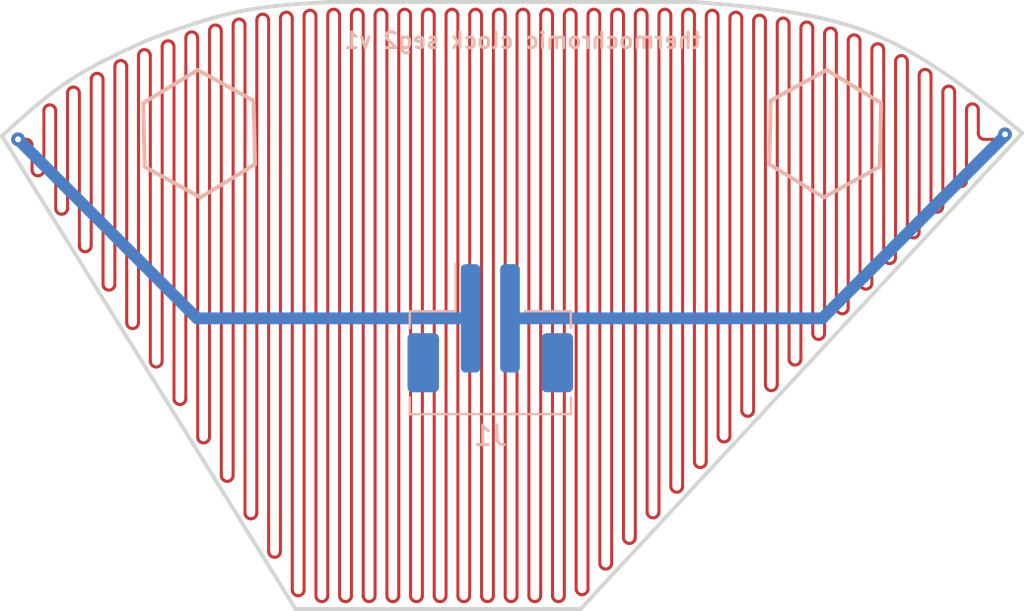
<source format=kicad_pcb>
(kicad_pcb (version 20171130) (host pcbnew "(5.1.5)-3")

  (general
    (thickness 1.6002)
    (drawings 23)
    (tracks 1226)
    (zones 0)
    (modules 1)
    (nets 2)
  )

  (page USLetter)
  (title_block
    (rev 1)
  )

  (layers
    (0 Front signal)
    (31 Back signal)
    (34 B.Paste user)
    (35 F.Paste user)
    (36 B.SilkS user)
    (37 F.SilkS user)
    (38 B.Mask user)
    (39 F.Mask user)
    (44 Edge.Cuts user)
    (45 Margin user)
    (46 B.CrtYd user)
    (47 F.CrtYd user)
    (49 F.Fab user)
  )

  (setup
    (last_trace_width 0.1524)
    (user_trace_width 0.2)
    (user_trace_width 0.4)
    (user_trace_width 0.6)
    (user_trace_width 1)
    (trace_clearance 0.1524)
    (zone_clearance 0.508)
    (zone_45_only no)
    (trace_min 0.1)
    (via_size 0.7)
    (via_drill 0.3)
    (via_min_size 0.5)
    (via_min_drill 0.2)
    (user_via 0.5 0.2)
    (user_via 0.9 0.4)
    (uvia_size 0.6858)
    (uvia_drill 0.3302)
    (uvias_allowed no)
    (uvia_min_size 0)
    (uvia_min_drill 0)
    (edge_width 0.05)
    (segment_width 0.2)
    (pcb_text_width 0.2)
    (pcb_text_size 1 1)
    (mod_edge_width 0.15)
    (mod_text_size 0.8 0.8)
    (mod_text_width 0.15)
    (pad_size 1.524 1.524)
    (pad_drill 0.762)
    (pad_to_mask_clearance 0)
    (solder_mask_min_width 0.1016)
    (aux_axis_origin 0 0)
    (visible_elements 7FFFFFFF)
    (pcbplotparams
      (layerselection 0x010fc_ffffffff)
      (usegerberextensions false)
      (usegerberattributes false)
      (usegerberadvancedattributes false)
      (creategerberjobfile false)
      (excludeedgelayer true)
      (linewidth 0.152400)
      (plotframeref false)
      (viasonmask true)
      (mode 1)
      (useauxorigin false)
      (hpglpennumber 1)
      (hpglpenspeed 20)
      (hpglpendiameter 15.000000)
      (psnegative false)
      (psa4output false)
      (plotreference true)
      (plotvalue false)
      (plotinvisibletext false)
      (padsonsilk false)
      (subtractmaskfromsilk true)
      (outputformat 1)
      (mirror false)
      (drillshape 0)
      (scaleselection 1)
      (outputdirectory "./gerbers"))
  )

  (net 0 "")
  (net 1 "Net-(J1-Pad1)")

  (net_class Default "This is the default net class."
    (clearance 0.1524)
    (trace_width 0.1524)
    (via_dia 0.7)
    (via_drill 0.3)
    (uvia_dia 0.6858)
    (uvia_drill 0.3302)
    (diff_pair_width 0.1524)
    (diff_pair_gap 0.254)
    (add_net "Net-(J1-Pad1)")
  )

  (module Connector_JST:JST_PH_B2B-PH-SM4-TB_1x02-1MP_P2.00mm_Vertical (layer Back) (tedit 5B78AD87) (tstamp 6171B2FE)
    (at 140.5 87.9)
    (descr "JST PH series connector, B2B-PH-SM4-TB (http://www.jst-mfg.com/product/pdf/eng/ePH.pdf), generated with kicad-footprint-generator")
    (tags "connector JST PH side entry")
    (path /616C62E0)
    (attr smd)
    (fp_text reference J1 (at 0 5.45) (layer B.SilkS)
      (effects (font (size 1 1) (thickness 0.15)) (justify mirror))
    )
    (fp_text value Conn_01x02_Male (at 0 -4.45) (layer B.Fab)
      (effects (font (size 1 1) (thickness 0.15)) (justify mirror))
    )
    (fp_text user %R (at 0 1) (layer B.Fab)
      (effects (font (size 1 1) (thickness 0.15)) (justify mirror))
    )
    (fp_line (start -1 -0.042893) (end -0.5 -0.75) (layer B.Fab) (width 0.1))
    (fp_line (start -1.5 -0.75) (end -1 -0.042893) (layer B.Fab) (width 0.1))
    (fp_line (start 4.7 4.75) (end -4.7 4.75) (layer B.CrtYd) (width 0.05))
    (fp_line (start 4.7 -3.75) (end 4.7 4.75) (layer B.CrtYd) (width 0.05))
    (fp_line (start -4.7 -3.75) (end 4.7 -3.75) (layer B.CrtYd) (width 0.05))
    (fp_line (start -4.7 4.75) (end -4.7 -3.75) (layer B.CrtYd) (width 0.05))
    (fp_line (start 1.25 2.75) (end 0.75 2.75) (layer B.Fab) (width 0.1))
    (fp_line (start 1.25 2.25) (end 1.25 2.75) (layer B.Fab) (width 0.1))
    (fp_line (start 0.75 2.25) (end 1.25 2.25) (layer B.Fab) (width 0.1))
    (fp_line (start 0.75 2.75) (end 0.75 2.25) (layer B.Fab) (width 0.1))
    (fp_line (start -0.75 2.75) (end -1.25 2.75) (layer B.Fab) (width 0.1))
    (fp_line (start -0.75 2.25) (end -0.75 2.75) (layer B.Fab) (width 0.1))
    (fp_line (start -1.25 2.25) (end -0.75 2.25) (layer B.Fab) (width 0.1))
    (fp_line (start -1.25 2.75) (end -1.25 2.25) (layer B.Fab) (width 0.1))
    (fp_line (start 3.975 -0.75) (end 3.975 4.25) (layer B.Fab) (width 0.1))
    (fp_line (start -3.975 -0.75) (end -3.975 4.25) (layer B.Fab) (width 0.1))
    (fp_line (start -3.975 4.25) (end 3.975 4.25) (layer B.Fab) (width 0.1))
    (fp_line (start 4.085 4.36) (end 4.085 3.51) (layer B.SilkS) (width 0.12))
    (fp_line (start -4.085 4.36) (end 4.085 4.36) (layer B.SilkS) (width 0.12))
    (fp_line (start -4.085 3.51) (end -4.085 4.36) (layer B.SilkS) (width 0.12))
    (fp_line (start 4.085 -0.86) (end 1.76 -0.86) (layer B.SilkS) (width 0.12))
    (fp_line (start 4.085 -0.01) (end 4.085 -0.86) (layer B.SilkS) (width 0.12))
    (fp_line (start -1.76 -0.86) (end -1.76 -3.25) (layer B.SilkS) (width 0.12))
    (fp_line (start -4.085 -0.86) (end -1.76 -0.86) (layer B.SilkS) (width 0.12))
    (fp_line (start -4.085 -0.01) (end -4.085 -0.86) (layer B.SilkS) (width 0.12))
    (fp_line (start -3.975 -0.75) (end 3.975 -0.75) (layer B.Fab) (width 0.1))
    (pad MP smd roundrect (at 3.4 1.75) (size 1.6 3) (layers Back B.Paste B.Mask) (roundrect_rratio 0.15625))
    (pad MP smd roundrect (at -3.4 1.75) (size 1.6 3) (layers Back B.Paste B.Mask) (roundrect_rratio 0.15625))
    (pad 2 smd roundrect (at 1 -0.5) (size 1 5.5) (layers Back B.Paste B.Mask) (roundrect_rratio 0.25)
      (net 1 "Net-(J1-Pad1)"))
    (pad 1 smd roundrect (at -1 -0.5) (size 1 5.5) (layers Back B.Paste B.Mask) (roundrect_rratio 0.25)
      (net 1 "Net-(J1-Pad1)"))
    (model ${KISYS3DMOD}/Connector_JST.3dshapes/JST_PH_B2B-PH-SM4-TB_1x02-1MP_P2.00mm_Vertical.wrl
      (at (xyz 0 0 0))
      (scale (xyz 1 1 1))
      (rotate (xyz 0 0 0))
    )
    (model ${KICAD_USER_LIBRARY}/user-3dmodels/JST-B2B-PH-SM4-TB.STEP
      (offset (xyz 3.5 1.75 0))
      (scale (xyz 1 1 1))
      (rotate (xyz -90 0 180))
    )
  )

  (gr_text "thermochromic clock seg2 v1" (at 142.1384 73.3044) (layer B.SilkS)
    (effects (font (size 0.8 0.8) (thickness 0.15)) (justify mirror))
  )
  (gr_line (start 125.657067 74.800122) (end 122.894214 76.4794) (layer B.SilkS) (width 0.2))
  (gr_curve (pts (xy 167.489028 78.001474) (xy 165.106937 76.061864) (xy 162.724845 74.122253) (xy 160.0071 73.013522)) (layer Edge.Cuts) (width 0.2))
  (gr_curve (pts (xy 160.0071 73.013522) (xy 157.197976 71.867511) (xy 154.030247 71.609191) (xy 150.862517 71.350872)) (layer Edge.Cuts) (width 0.2))
  (gr_line (start 122.967083 79.71174) (end 125.802807 81.264803) (layer B.SilkS) (width 0.2))
  (gr_line (start 157.561946 74.800122) (end 160.3248 76.4794) (layer B.SilkS) (width 0.2))
  (gr_line (start 122.894214 76.4794) (end 122.967083 79.71174) (layer B.SilkS) (width 0.2))
  (gr_curve (pts (xy 127.838426 71.820752) (xy 126.276477 72.134253) (xy 124.76227 72.682321) (xy 123.248062 73.23039)) (layer Edge.Cuts) (width 0.2))
  (gr_line (start 115.729995 78.146053) (end 130.621557 102.146055) (layer Edge.Cuts) (width 0.2))
  (gr_curve (pts (xy 119.055295 75.399064) (xy 117.86637 76.192909) (xy 116.798183 77.169481) (xy 115.729995 78.146053)) (layer Edge.Cuts) (width 0.2))
  (gr_curve (pts (xy 132.356496 71.350872) (xy 130.836232 71.437531) (xy 129.315968 71.524191) (xy 127.838426 71.820752)) (layer Edge.Cuts) (width 0.2))
  (gr_line (start 128.492791 76.353185) (end 125.657067 74.800122) (layer B.SilkS) (width 0.2))
  (gr_curve (pts (xy 123.248062 73.23039) (xy 121.802269 73.880327) (xy 120.356476 74.530265) (xy 119.055295 75.399064)) (layer Edge.Cuts) (width 0.2))
  (gr_line (start 145.079389 102.146055) (end 167.489028 78.001474) (layer Edge.Cuts) (width 0.2))
  (gr_line (start 128.565661 79.585525) (end 128.492791 76.353185) (layer B.SilkS) (width 0.2))
  (gr_line (start 150.862517 71.350872) (end 132.356496 71.350872) (layer Edge.Cuts) (width 0.2))
  (gr_line (start 125.802807 81.264803) (end 128.565661 79.585525) (layer B.SilkS) (width 0.2))
  (gr_line (start 154.726222 76.353185) (end 157.561946 74.800122) (layer B.SilkS) (width 0.2))
  (gr_line (start 157.416206 81.264803) (end 154.653352 79.585525) (layer B.SilkS) (width 0.2))
  (gr_line (start 154.653352 79.585525) (end 154.726222 76.353185) (layer B.SilkS) (width 0.2))
  (gr_line (start 130.621557 102.146055) (end 145.079389 102.146055) (layer Edge.Cuts) (width 0.2))
  (gr_line (start 160.25193 79.71174) (end 157.416206 81.264803) (layer B.SilkS) (width 0.2))
  (gr_line (start 160.3248 76.4794) (end 160.25193 79.71174) (layer B.SilkS) (width 0.2))

  (segment (start 141.5 87.4) (end 157.340875 87.4) (width 0.6) (layer Back) (net 1))
  (via (at 166.610047 78.06299) (size 0.7) (drill 0.3) (layers Front Back) (net 1))
  (segment (start 157.340875 87.4) (end 166.610047 78.130828) (width 0.6) (layer Back) (net 1))
  (segment (start 166.610047 78.130828) (end 166.610047 78.06299) (width 0.6) (layer Back) (net 1))
  (via (at 116.546222 78.318961) (size 0.7) (drill 0.3) (layers Front Back) (net 1))
  (segment (start 139.5 87.4) (end 125.627261 87.4) (width 0.6) (layer Back) (net 1))
  (segment (start 125.627261 87.4) (end 116.546222 78.318961) (width 0.6) (layer Back) (net 1))
  (segment (start 166.601561 78.071476) (end 166.610047 78.06299) (width 0.1524) (layer Front) (net 1))
  (segment (start 166.354076 78.318961) (end 166.601561 78.071476) (width 0.1524) (layer Front) (net 1))
  (segment (start 165.556239 78.318961) (end 166.354076 78.318961) (width 0.1524) (layer Front) (net 1))
  (segment (start 165.489482 78.31144) (end 165.556239 78.318961) (width 0.1524) (layer Front) (net 1))
  (segment (start 165.426073 78.289252) (end 165.489482 78.31144) (width 0.1524) (layer Front) (net 1))
  (segment (start 165.369192 78.253511) (end 165.426073 78.289252) (width 0.1524) (layer Front) (net 1))
  (segment (start 165.321689 78.206008) (end 165.369192 78.253511) (width 0.1524) (layer Front) (net 1))
  (segment (start 165.285948 78.149127) (end 165.321689 78.206008) (width 0.1524) (layer Front) (net 1))
  (segment (start 165.26376 78.085718) (end 165.285948 78.149127) (width 0.1524) (layer Front) (net 1))
  (segment (start 165.256239 78.018961) (end 165.26376 78.085718) (width 0.1524) (layer Front) (net 1))
  (segment (start 165.256239 76.818961) (end 165.256239 78.018961) (width 0.1524) (layer Front) (net 1))
  (segment (start 165.248717 76.752205) (end 165.256239 76.818961) (width 0.1524) (layer Front) (net 1))
  (segment (start 165.226529 76.688796) (end 165.248717 76.752205) (width 0.1524) (layer Front) (net 1))
  (segment (start 165.190788 76.631915) (end 165.226529 76.688796) (width 0.1524) (layer Front) (net 1))
  (segment (start 165.143285 76.584412) (end 165.190788 76.631915) (width 0.1524) (layer Front) (net 1))
  (segment (start 165.086404 76.548671) (end 165.143285 76.584412) (width 0.1524) (layer Front) (net 1))
  (segment (start 165.022995 76.526483) (end 165.086404 76.548671) (width 0.1524) (layer Front) (net 1))
  (segment (start 164.956239 76.518961) (end 165.022995 76.526483) (width 0.1524) (layer Front) (net 1))
  (segment (start 164.889482 76.526483) (end 164.956239 76.518961) (width 0.1524) (layer Front) (net 1))
  (segment (start 164.826073 76.548671) (end 164.889482 76.526483) (width 0.1524) (layer Front) (net 1))
  (segment (start 164.769192 76.584412) (end 164.826073 76.548671) (width 0.1524) (layer Front) (net 1))
  (segment (start 164.721689 76.631915) (end 164.769192 76.584412) (width 0.1524) (layer Front) (net 1))
  (segment (start 164.685948 76.688796) (end 164.721689 76.631915) (width 0.1524) (layer Front) (net 1))
  (segment (start 164.66376 76.752205) (end 164.685948 76.688796) (width 0.1524) (layer Front) (net 1))
  (segment (start 164.656239 76.818961) (end 164.66376 76.752205) (width 0.1524) (layer Front) (net 1))
  (segment (start 164.656239 80.418961) (end 164.656239 76.818961) (width 0.1524) (layer Front) (net 1))
  (segment (start 164.648717 80.485717) (end 164.656239 80.418961) (width 0.1524) (layer Front) (net 1))
  (segment (start 164.626529 80.549126) (end 164.648717 80.485717) (width 0.1524) (layer Front) (net 1))
  (segment (start 164.590788 80.606007) (end 164.626529 80.549126) (width 0.1524) (layer Front) (net 1))
  (segment (start 164.543285 80.65351) (end 164.590788 80.606007) (width 0.1524) (layer Front) (net 1))
  (segment (start 164.486404 80.689251) (end 164.543285 80.65351) (width 0.1524) (layer Front) (net 1))
  (segment (start 164.422995 80.711439) (end 164.486404 80.689251) (width 0.1524) (layer Front) (net 1))
  (segment (start 164.356239 80.718961) (end 164.422995 80.711439) (width 0.1524) (layer Front) (net 1))
  (segment (start 164.289482 80.711439) (end 164.356239 80.718961) (width 0.1524) (layer Front) (net 1))
  (segment (start 164.226073 80.689251) (end 164.289482 80.711439) (width 0.1524) (layer Front) (net 1))
  (segment (start 164.169192 80.65351) (end 164.226073 80.689251) (width 0.1524) (layer Front) (net 1))
  (segment (start 164.121689 80.606007) (end 164.169192 80.65351) (width 0.1524) (layer Front) (net 1))
  (segment (start 164.085948 80.549126) (end 164.121689 80.606007) (width 0.1524) (layer Front) (net 1))
  (segment (start 164.06376 80.485717) (end 164.085948 80.549126) (width 0.1524) (layer Front) (net 1))
  (segment (start 164.056239 80.418961) (end 164.06376 80.485717) (width 0.1524) (layer Front) (net 1))
  (segment (start 164.056239 75.918961) (end 164.056239 80.418961) (width 0.1524) (layer Front) (net 1))
  (segment (start 164.048717 75.852205) (end 164.056239 75.918961) (width 0.1524) (layer Front) (net 1))
  (segment (start 164.026529 75.788796) (end 164.048717 75.852205) (width 0.1524) (layer Front) (net 1))
  (segment (start 163.990788 75.731915) (end 164.026529 75.788796) (width 0.1524) (layer Front) (net 1))
  (segment (start 163.943285 75.684412) (end 163.990788 75.731915) (width 0.1524) (layer Front) (net 1))
  (segment (start 163.886404 75.648671) (end 163.943285 75.684412) (width 0.1524) (layer Front) (net 1))
  (segment (start 163.822995 75.626483) (end 163.886404 75.648671) (width 0.1524) (layer Front) (net 1))
  (segment (start 163.756239 75.618961) (end 163.822995 75.626483) (width 0.1524) (layer Front) (net 1))
  (segment (start 163.689482 75.626483) (end 163.756239 75.618961) (width 0.1524) (layer Front) (net 1))
  (segment (start 163.626073 75.648671) (end 163.689482 75.626483) (width 0.1524) (layer Front) (net 1))
  (segment (start 163.569192 75.684412) (end 163.626073 75.648671) (width 0.1524) (layer Front) (net 1))
  (segment (start 163.521689 75.731915) (end 163.569192 75.684412) (width 0.1524) (layer Front) (net 1))
  (segment (start 163.485948 75.788796) (end 163.521689 75.731915) (width 0.1524) (layer Front) (net 1))
  (segment (start 163.46376 75.852205) (end 163.485948 75.788796) (width 0.1524) (layer Front) (net 1))
  (segment (start 163.456239 75.918961) (end 163.46376 75.852205) (width 0.1524) (layer Front) (net 1))
  (segment (start 163.456239 81.718961) (end 163.456239 75.918961) (width 0.1524) (layer Front) (net 1))
  (segment (start 163.448717 81.785717) (end 163.456239 81.718961) (width 0.1524) (layer Front) (net 1))
  (segment (start 163.426529 81.849126) (end 163.448717 81.785717) (width 0.1524) (layer Front) (net 1))
  (segment (start 163.390788 81.906007) (end 163.426529 81.849126) (width 0.1524) (layer Front) (net 1))
  (segment (start 163.343285 81.95351) (end 163.390788 81.906007) (width 0.1524) (layer Front) (net 1))
  (segment (start 163.286404 81.989251) (end 163.343285 81.95351) (width 0.1524) (layer Front) (net 1))
  (segment (start 163.222995 82.011439) (end 163.286404 81.989251) (width 0.1524) (layer Front) (net 1))
  (segment (start 163.156239 82.018961) (end 163.222995 82.011439) (width 0.1524) (layer Front) (net 1))
  (segment (start 163.089482 82.011439) (end 163.156239 82.018961) (width 0.1524) (layer Front) (net 1))
  (segment (start 163.026073 81.989251) (end 163.089482 82.011439) (width 0.1524) (layer Front) (net 1))
  (segment (start 162.969192 81.95351) (end 163.026073 81.989251) (width 0.1524) (layer Front) (net 1))
  (segment (start 162.921689 81.906007) (end 162.969192 81.95351) (width 0.1524) (layer Front) (net 1))
  (segment (start 162.885948 81.849126) (end 162.921689 81.906007) (width 0.1524) (layer Front) (net 1))
  (segment (start 162.86376 81.785717) (end 162.885948 81.849126) (width 0.1524) (layer Front) (net 1))
  (segment (start 162.856239 81.718961) (end 162.86376 81.785717) (width 0.1524) (layer Front) (net 1))
  (segment (start 162.856239 75.068961) (end 162.856239 81.718961) (width 0.1524) (layer Front) (net 1))
  (segment (start 162.848717 75.002205) (end 162.856239 75.068961) (width 0.1524) (layer Front) (net 1))
  (segment (start 162.826529 74.938796) (end 162.848717 75.002205) (width 0.1524) (layer Front) (net 1))
  (segment (start 162.790788 74.881915) (end 162.826529 74.938796) (width 0.1524) (layer Front) (net 1))
  (segment (start 162.743285 74.834412) (end 162.790788 74.881915) (width 0.1524) (layer Front) (net 1))
  (segment (start 162.686404 74.798671) (end 162.743285 74.834412) (width 0.1524) (layer Front) (net 1))
  (segment (start 162.622995 74.776483) (end 162.686404 74.798671) (width 0.1524) (layer Front) (net 1))
  (segment (start 162.556239 74.768961) (end 162.622995 74.776483) (width 0.1524) (layer Front) (net 1))
  (segment (start 162.489482 74.776483) (end 162.556239 74.768961) (width 0.1524) (layer Front) (net 1))
  (segment (start 162.426073 74.798671) (end 162.489482 74.776483) (width 0.1524) (layer Front) (net 1))
  (segment (start 162.369192 74.834412) (end 162.426073 74.798671) (width 0.1524) (layer Front) (net 1))
  (segment (start 162.321689 74.881915) (end 162.369192 74.834412) (width 0.1524) (layer Front) (net 1))
  (segment (start 162.285948 74.938796) (end 162.321689 74.881915) (width 0.1524) (layer Front) (net 1))
  (segment (start 162.26376 75.002205) (end 162.285948 74.938796) (width 0.1524) (layer Front) (net 1))
  (segment (start 162.256239 75.068961) (end 162.26376 75.002205) (width 0.1524) (layer Front) (net 1))
  (segment (start 162.256239 83.018961) (end 162.256239 75.068961) (width 0.1524) (layer Front) (net 1))
  (segment (start 162.248717 83.085717) (end 162.256239 83.018961) (width 0.1524) (layer Front) (net 1))
  (segment (start 162.226529 83.149126) (end 162.248717 83.085717) (width 0.1524) (layer Front) (net 1))
  (segment (start 162.190788 83.206007) (end 162.226529 83.149126) (width 0.1524) (layer Front) (net 1))
  (segment (start 162.143285 83.25351) (end 162.190788 83.206007) (width 0.1524) (layer Front) (net 1))
  (segment (start 162.086404 83.289251) (end 162.143285 83.25351) (width 0.1524) (layer Front) (net 1))
  (segment (start 162.022995 83.311439) (end 162.086404 83.289251) (width 0.1524) (layer Front) (net 1))
  (segment (start 161.956239 83.318961) (end 162.022995 83.311439) (width 0.1524) (layer Front) (net 1))
  (segment (start 161.889482 83.311439) (end 161.956239 83.318961) (width 0.1524) (layer Front) (net 1))
  (segment (start 161.826073 83.289251) (end 161.889482 83.311439) (width 0.1524) (layer Front) (net 1))
  (segment (start 161.769192 83.25351) (end 161.826073 83.289251) (width 0.1524) (layer Front) (net 1))
  (segment (start 161.721689 83.206007) (end 161.769192 83.25351) (width 0.1524) (layer Front) (net 1))
  (segment (start 161.685948 83.149126) (end 161.721689 83.206007) (width 0.1524) (layer Front) (net 1))
  (segment (start 161.66376 83.085717) (end 161.685948 83.149126) (width 0.1524) (layer Front) (net 1))
  (segment (start 161.656239 83.018961) (end 161.66376 83.085717) (width 0.1524) (layer Front) (net 1))
  (segment (start 161.656239 74.368961) (end 161.656239 83.018961) (width 0.1524) (layer Front) (net 1))
  (segment (start 161.648717 74.302205) (end 161.656239 74.368961) (width 0.1524) (layer Front) (net 1))
  (segment (start 161.626529 74.238796) (end 161.648717 74.302205) (width 0.1524) (layer Front) (net 1))
  (segment (start 161.590788 74.181915) (end 161.626529 74.238796) (width 0.1524) (layer Front) (net 1))
  (segment (start 161.543285 74.134412) (end 161.590788 74.181915) (width 0.1524) (layer Front) (net 1))
  (segment (start 161.486404 74.098671) (end 161.543285 74.134412) (width 0.1524) (layer Front) (net 1))
  (segment (start 161.422995 74.076483) (end 161.486404 74.098671) (width 0.1524) (layer Front) (net 1))
  (segment (start 161.356239 74.068961) (end 161.422995 74.076483) (width 0.1524) (layer Front) (net 1))
  (segment (start 161.289482 74.076483) (end 161.356239 74.068961) (width 0.1524) (layer Front) (net 1))
  (segment (start 161.226073 74.098671) (end 161.289482 74.076483) (width 0.1524) (layer Front) (net 1))
  (segment (start 161.169192 74.134412) (end 161.226073 74.098671) (width 0.1524) (layer Front) (net 1))
  (segment (start 161.121689 74.181915) (end 161.169192 74.134412) (width 0.1524) (layer Front) (net 1))
  (segment (start 161.085948 74.238796) (end 161.121689 74.181915) (width 0.1524) (layer Front) (net 1))
  (segment (start 161.06376 74.302205) (end 161.085948 74.238796) (width 0.1524) (layer Front) (net 1))
  (segment (start 161.056239 74.368961) (end 161.06376 74.302205) (width 0.1524) (layer Front) (net 1))
  (segment (start 161.056239 84.318961) (end 161.056239 74.368961) (width 0.1524) (layer Front) (net 1))
  (segment (start 161.048717 84.385717) (end 161.056239 84.318961) (width 0.1524) (layer Front) (net 1))
  (segment (start 161.026529 84.449126) (end 161.048717 84.385717) (width 0.1524) (layer Front) (net 1))
  (segment (start 160.990788 84.506007) (end 161.026529 84.449126) (width 0.1524) (layer Front) (net 1))
  (segment (start 160.943285 84.55351) (end 160.990788 84.506007) (width 0.1524) (layer Front) (net 1))
  (segment (start 160.886404 84.589251) (end 160.943285 84.55351) (width 0.1524) (layer Front) (net 1))
  (segment (start 160.822995 84.611439) (end 160.886404 84.589251) (width 0.1524) (layer Front) (net 1))
  (segment (start 160.756239 84.618961) (end 160.822995 84.611439) (width 0.1524) (layer Front) (net 1))
  (segment (start 160.689482 84.611439) (end 160.756239 84.618961) (width 0.1524) (layer Front) (net 1))
  (segment (start 160.626073 84.589251) (end 160.689482 84.611439) (width 0.1524) (layer Front) (net 1))
  (segment (start 160.569192 84.55351) (end 160.626073 84.589251) (width 0.1524) (layer Front) (net 1))
  (segment (start 160.521689 84.506007) (end 160.569192 84.55351) (width 0.1524) (layer Front) (net 1))
  (segment (start 160.485948 84.449126) (end 160.521689 84.506007) (width 0.1524) (layer Front) (net 1))
  (segment (start 160.46376 84.385717) (end 160.485948 84.449126) (width 0.1524) (layer Front) (net 1))
  (segment (start 160.456239 84.318961) (end 160.46376 84.385717) (width 0.1524) (layer Front) (net 1))
  (segment (start 160.456239 73.768961) (end 160.456239 84.318961) (width 0.1524) (layer Front) (net 1))
  (segment (start 160.448717 73.702205) (end 160.456239 73.768961) (width 0.1524) (layer Front) (net 1))
  (segment (start 160.426529 73.638796) (end 160.448717 73.702205) (width 0.1524) (layer Front) (net 1))
  (segment (start 160.390788 73.581915) (end 160.426529 73.638796) (width 0.1524) (layer Front) (net 1))
  (segment (start 160.343285 73.534412) (end 160.390788 73.581915) (width 0.1524) (layer Front) (net 1))
  (segment (start 160.286404 73.498671) (end 160.343285 73.534412) (width 0.1524) (layer Front) (net 1))
  (segment (start 160.222995 73.476483) (end 160.286404 73.498671) (width 0.1524) (layer Front) (net 1))
  (segment (start 160.156239 73.468961) (end 160.222995 73.476483) (width 0.1524) (layer Front) (net 1))
  (segment (start 160.089482 73.476483) (end 160.156239 73.468961) (width 0.1524) (layer Front) (net 1))
  (segment (start 160.026073 73.498671) (end 160.089482 73.476483) (width 0.1524) (layer Front) (net 1))
  (segment (start 159.969192 73.534412) (end 160.026073 73.498671) (width 0.1524) (layer Front) (net 1))
  (segment (start 159.921689 73.581915) (end 159.969192 73.534412) (width 0.1524) (layer Front) (net 1))
  (segment (start 159.885948 73.638796) (end 159.921689 73.581915) (width 0.1524) (layer Front) (net 1))
  (segment (start 159.86376 73.702205) (end 159.885948 73.638796) (width 0.1524) (layer Front) (net 1))
  (segment (start 159.856239 73.768961) (end 159.86376 73.702205) (width 0.1524) (layer Front) (net 1))
  (segment (start 159.856239 85.618961) (end 159.856239 73.768961) (width 0.1524) (layer Front) (net 1))
  (segment (start 159.848717 85.685717) (end 159.856239 85.618961) (width 0.1524) (layer Front) (net 1))
  (segment (start 159.826529 85.749126) (end 159.848717 85.685717) (width 0.1524) (layer Front) (net 1))
  (segment (start 159.790788 85.806007) (end 159.826529 85.749126) (width 0.1524) (layer Front) (net 1))
  (segment (start 159.743285 85.85351) (end 159.790788 85.806007) (width 0.1524) (layer Front) (net 1))
  (segment (start 159.686404 85.889251) (end 159.743285 85.85351) (width 0.1524) (layer Front) (net 1))
  (segment (start 159.622995 85.911439) (end 159.686404 85.889251) (width 0.1524) (layer Front) (net 1))
  (segment (start 159.556239 85.918961) (end 159.622995 85.911439) (width 0.1524) (layer Front) (net 1))
  (segment (start 159.489482 85.911439) (end 159.556239 85.918961) (width 0.1524) (layer Front) (net 1))
  (segment (start 159.426073 85.889251) (end 159.489482 85.911439) (width 0.1524) (layer Front) (net 1))
  (segment (start 159.369192 85.85351) (end 159.426073 85.889251) (width 0.1524) (layer Front) (net 1))
  (segment (start 159.321689 85.806007) (end 159.369192 85.85351) (width 0.1524) (layer Front) (net 1))
  (segment (start 159.285948 85.749126) (end 159.321689 85.806007) (width 0.1524) (layer Front) (net 1))
  (segment (start 159.26376 85.685717) (end 159.285948 85.749126) (width 0.1524) (layer Front) (net 1))
  (segment (start 159.256239 85.618961) (end 159.26376 85.685717) (width 0.1524) (layer Front) (net 1))
  (segment (start 159.256239 73.318961) (end 159.256239 85.618961) (width 0.1524) (layer Front) (net 1))
  (segment (start 159.248717 73.252205) (end 159.256239 73.318961) (width 0.1524) (layer Front) (net 1))
  (segment (start 159.226529 73.188796) (end 159.248717 73.252205) (width 0.1524) (layer Front) (net 1))
  (segment (start 159.190788 73.131915) (end 159.226529 73.188796) (width 0.1524) (layer Front) (net 1))
  (segment (start 159.143285 73.084412) (end 159.190788 73.131915) (width 0.1524) (layer Front) (net 1))
  (segment (start 159.086404 73.048671) (end 159.143285 73.084412) (width 0.1524) (layer Front) (net 1))
  (segment (start 159.022995 73.026483) (end 159.086404 73.048671) (width 0.1524) (layer Front) (net 1))
  (segment (start 158.956239 73.018961) (end 159.022995 73.026483) (width 0.1524) (layer Front) (net 1))
  (segment (start 158.889482 73.026483) (end 158.956239 73.018961) (width 0.1524) (layer Front) (net 1))
  (segment (start 158.826073 73.048671) (end 158.889482 73.026483) (width 0.1524) (layer Front) (net 1))
  (segment (start 158.769192 73.084412) (end 158.826073 73.048671) (width 0.1524) (layer Front) (net 1))
  (segment (start 158.721689 73.131915) (end 158.769192 73.084412) (width 0.1524) (layer Front) (net 1))
  (segment (start 158.685948 73.188796) (end 158.721689 73.131915) (width 0.1524) (layer Front) (net 1))
  (segment (start 158.66376 73.252205) (end 158.685948 73.188796) (width 0.1524) (layer Front) (net 1))
  (segment (start 158.656239 73.318961) (end 158.66376 73.252205) (width 0.1524) (layer Front) (net 1))
  (segment (start 158.656239 86.868961) (end 158.656239 73.318961) (width 0.1524) (layer Front) (net 1))
  (segment (start 158.648717 86.935717) (end 158.656239 86.868961) (width 0.1524) (layer Front) (net 1))
  (segment (start 158.626529 86.999126) (end 158.648717 86.935717) (width 0.1524) (layer Front) (net 1))
  (segment (start 158.590788 87.056007) (end 158.626529 86.999126) (width 0.1524) (layer Front) (net 1))
  (segment (start 158.543285 87.10351) (end 158.590788 87.056007) (width 0.1524) (layer Front) (net 1))
  (segment (start 158.486404 87.139251) (end 158.543285 87.10351) (width 0.1524) (layer Front) (net 1))
  (segment (start 158.422995 87.161439) (end 158.486404 87.139251) (width 0.1524) (layer Front) (net 1))
  (segment (start 158.356239 87.168961) (end 158.422995 87.161439) (width 0.1524) (layer Front) (net 1))
  (segment (start 158.289482 87.161439) (end 158.356239 87.168961) (width 0.1524) (layer Front) (net 1))
  (segment (start 158.226073 87.139251) (end 158.289482 87.161439) (width 0.1524) (layer Front) (net 1))
  (segment (start 158.169192 87.10351) (end 158.226073 87.139251) (width 0.1524) (layer Front) (net 1))
  (segment (start 158.121689 87.056007) (end 158.169192 87.10351) (width 0.1524) (layer Front) (net 1))
  (segment (start 158.085948 86.999126) (end 158.121689 87.056007) (width 0.1524) (layer Front) (net 1))
  (segment (start 158.06376 86.935717) (end 158.085948 86.999126) (width 0.1524) (layer Front) (net 1))
  (segment (start 158.056239 86.868961) (end 158.06376 86.935717) (width 0.1524) (layer Front) (net 1))
  (segment (start 158.056239 72.968961) (end 158.056239 86.868961) (width 0.1524) (layer Front) (net 1))
  (segment (start 158.048717 72.902205) (end 158.056239 72.968961) (width 0.1524) (layer Front) (net 1))
  (segment (start 158.026529 72.838796) (end 158.048717 72.902205) (width 0.1524) (layer Front) (net 1))
  (segment (start 157.990788 72.781915) (end 158.026529 72.838796) (width 0.1524) (layer Front) (net 1))
  (segment (start 157.943285 72.734412) (end 157.990788 72.781915) (width 0.1524) (layer Front) (net 1))
  (segment (start 157.886404 72.698671) (end 157.943285 72.734412) (width 0.1524) (layer Front) (net 1))
  (segment (start 157.822995 72.676483) (end 157.886404 72.698671) (width 0.1524) (layer Front) (net 1))
  (segment (start 157.756239 72.668961) (end 157.822995 72.676483) (width 0.1524) (layer Front) (net 1))
  (segment (start 157.689482 72.676483) (end 157.756239 72.668961) (width 0.1524) (layer Front) (net 1))
  (segment (start 157.626073 72.698671) (end 157.689482 72.676483) (width 0.1524) (layer Front) (net 1))
  (segment (start 157.569192 72.734412) (end 157.626073 72.698671) (width 0.1524) (layer Front) (net 1))
  (segment (start 157.521689 72.781915) (end 157.569192 72.734412) (width 0.1524) (layer Front) (net 1))
  (segment (start 157.485948 72.838796) (end 157.521689 72.781915) (width 0.1524) (layer Front) (net 1))
  (segment (start 157.46376 72.902205) (end 157.485948 72.838796) (width 0.1524) (layer Front) (net 1))
  (segment (start 157.456239 72.968961) (end 157.46376 72.902205) (width 0.1524) (layer Front) (net 1))
  (segment (start 157.456239 88.168961) (end 157.456239 72.968961) (width 0.1524) (layer Front) (net 1))
  (segment (start 157.448717 88.235717) (end 157.456239 88.168961) (width 0.1524) (layer Front) (net 1))
  (segment (start 157.426529 88.299126) (end 157.448717 88.235717) (width 0.1524) (layer Front) (net 1))
  (segment (start 157.390788 88.356007) (end 157.426529 88.299126) (width 0.1524) (layer Front) (net 1))
  (segment (start 157.343285 88.40351) (end 157.390788 88.356007) (width 0.1524) (layer Front) (net 1))
  (segment (start 157.286404 88.439251) (end 157.343285 88.40351) (width 0.1524) (layer Front) (net 1))
  (segment (start 157.222995 88.461439) (end 157.286404 88.439251) (width 0.1524) (layer Front) (net 1))
  (segment (start 157.156239 88.468961) (end 157.222995 88.461439) (width 0.1524) (layer Front) (net 1))
  (segment (start 157.089482 88.461439) (end 157.156239 88.468961) (width 0.1524) (layer Front) (net 1))
  (segment (start 157.026073 88.439251) (end 157.089482 88.461439) (width 0.1524) (layer Front) (net 1))
  (segment (start 156.969192 88.40351) (end 157.026073 88.439251) (width 0.1524) (layer Front) (net 1))
  (segment (start 156.921689 88.356007) (end 156.969192 88.40351) (width 0.1524) (layer Front) (net 1))
  (segment (start 156.885948 88.299126) (end 156.921689 88.356007) (width 0.1524) (layer Front) (net 1))
  (segment (start 156.86376 88.235717) (end 156.885948 88.299126) (width 0.1524) (layer Front) (net 1))
  (segment (start 156.856239 88.168961) (end 156.86376 88.235717) (width 0.1524) (layer Front) (net 1))
  (segment (start 156.856239 72.668961) (end 156.856239 88.168961) (width 0.1524) (layer Front) (net 1))
  (segment (start 156.848717 72.602205) (end 156.856239 72.668961) (width 0.1524) (layer Front) (net 1))
  (segment (start 156.826529 72.538796) (end 156.848717 72.602205) (width 0.1524) (layer Front) (net 1))
  (segment (start 156.790788 72.481915) (end 156.826529 72.538796) (width 0.1524) (layer Front) (net 1))
  (segment (start 156.743285 72.434412) (end 156.790788 72.481915) (width 0.1524) (layer Front) (net 1))
  (segment (start 156.686404 72.398671) (end 156.743285 72.434412) (width 0.1524) (layer Front) (net 1))
  (segment (start 156.622995 72.376483) (end 156.686404 72.398671) (width 0.1524) (layer Front) (net 1))
  (segment (start 156.556239 72.368961) (end 156.622995 72.376483) (width 0.1524) (layer Front) (net 1))
  (segment (start 156.489482 72.376483) (end 156.556239 72.368961) (width 0.1524) (layer Front) (net 1))
  (segment (start 156.426073 72.398671) (end 156.489482 72.376483) (width 0.1524) (layer Front) (net 1))
  (segment (start 156.369192 72.434412) (end 156.426073 72.398671) (width 0.1524) (layer Front) (net 1))
  (segment (start 156.321689 72.481915) (end 156.369192 72.434412) (width 0.1524) (layer Front) (net 1))
  (segment (start 156.285948 72.538796) (end 156.321689 72.481915) (width 0.1524) (layer Front) (net 1))
  (segment (start 156.26376 72.602205) (end 156.285948 72.538796) (width 0.1524) (layer Front) (net 1))
  (segment (start 156.256239 72.668961) (end 156.26376 72.602205) (width 0.1524) (layer Front) (net 1))
  (segment (start 156.256239 89.468961) (end 156.256239 72.668961) (width 0.1524) (layer Front) (net 1))
  (segment (start 156.248717 89.535717) (end 156.256239 89.468961) (width 0.1524) (layer Front) (net 1))
  (segment (start 156.226529 89.599126) (end 156.248717 89.535717) (width 0.1524) (layer Front) (net 1))
  (segment (start 156.190788 89.656007) (end 156.226529 89.599126) (width 0.1524) (layer Front) (net 1))
  (segment (start 156.143285 89.70351) (end 156.190788 89.656007) (width 0.1524) (layer Front) (net 1))
  (segment (start 156.086404 89.739251) (end 156.143285 89.70351) (width 0.1524) (layer Front) (net 1))
  (segment (start 156.022995 89.761439) (end 156.086404 89.739251) (width 0.1524) (layer Front) (net 1))
  (segment (start 155.956239 89.768961) (end 156.022995 89.761439) (width 0.1524) (layer Front) (net 1))
  (segment (start 155.889482 89.761439) (end 155.956239 89.768961) (width 0.1524) (layer Front) (net 1))
  (segment (start 155.826073 89.739251) (end 155.889482 89.761439) (width 0.1524) (layer Front) (net 1))
  (segment (start 155.769192 89.70351) (end 155.826073 89.739251) (width 0.1524) (layer Front) (net 1))
  (segment (start 155.721689 89.656007) (end 155.769192 89.70351) (width 0.1524) (layer Front) (net 1))
  (segment (start 155.685948 89.599126) (end 155.721689 89.656007) (width 0.1524) (layer Front) (net 1))
  (segment (start 155.66376 89.535717) (end 155.685948 89.599126) (width 0.1524) (layer Front) (net 1))
  (segment (start 155.656239 89.468961) (end 155.66376 89.535717) (width 0.1524) (layer Front) (net 1))
  (segment (start 155.656239 72.468961) (end 155.656239 89.468961) (width 0.1524) (layer Front) (net 1))
  (segment (start 155.648717 72.402205) (end 155.656239 72.468961) (width 0.1524) (layer Front) (net 1))
  (segment (start 155.626529 72.338796) (end 155.648717 72.402205) (width 0.1524) (layer Front) (net 1))
  (segment (start 155.590788 72.281915) (end 155.626529 72.338796) (width 0.1524) (layer Front) (net 1))
  (segment (start 155.543285 72.234412) (end 155.590788 72.281915) (width 0.1524) (layer Front) (net 1))
  (segment (start 155.486404 72.198671) (end 155.543285 72.234412) (width 0.1524) (layer Front) (net 1))
  (segment (start 155.422995 72.176483) (end 155.486404 72.198671) (width 0.1524) (layer Front) (net 1))
  (segment (start 155.356239 72.168961) (end 155.422995 72.176483) (width 0.1524) (layer Front) (net 1))
  (segment (start 155.289482 72.176483) (end 155.356239 72.168961) (width 0.1524) (layer Front) (net 1))
  (segment (start 155.226073 72.198671) (end 155.289482 72.176483) (width 0.1524) (layer Front) (net 1))
  (segment (start 155.169192 72.234412) (end 155.226073 72.198671) (width 0.1524) (layer Front) (net 1))
  (segment (start 155.121689 72.281915) (end 155.169192 72.234412) (width 0.1524) (layer Front) (net 1))
  (segment (start 155.085948 72.338796) (end 155.121689 72.281915) (width 0.1524) (layer Front) (net 1))
  (segment (start 155.06376 72.402205) (end 155.085948 72.338796) (width 0.1524) (layer Front) (net 1))
  (segment (start 155.056239 72.468961) (end 155.06376 72.402205) (width 0.1524) (layer Front) (net 1))
  (segment (start 155.056239 90.768961) (end 155.056239 72.468961) (width 0.1524) (layer Front) (net 1))
  (segment (start 155.048717 90.835717) (end 155.056239 90.768961) (width 0.1524) (layer Front) (net 1))
  (segment (start 155.026529 90.899126) (end 155.048717 90.835717) (width 0.1524) (layer Front) (net 1))
  (segment (start 154.990788 90.956007) (end 155.026529 90.899126) (width 0.1524) (layer Front) (net 1))
  (segment (start 154.943285 91.00351) (end 154.990788 90.956007) (width 0.1524) (layer Front) (net 1))
  (segment (start 154.886404 91.039251) (end 154.943285 91.00351) (width 0.1524) (layer Front) (net 1))
  (segment (start 154.822995 91.061439) (end 154.886404 91.039251) (width 0.1524) (layer Front) (net 1))
  (segment (start 154.756239 91.068961) (end 154.822995 91.061439) (width 0.1524) (layer Front) (net 1))
  (segment (start 154.689482 91.061439) (end 154.756239 91.068961) (width 0.1524) (layer Front) (net 1))
  (segment (start 154.626073 91.039251) (end 154.689482 91.061439) (width 0.1524) (layer Front) (net 1))
  (segment (start 154.569192 91.00351) (end 154.626073 91.039251) (width 0.1524) (layer Front) (net 1))
  (segment (start 154.521689 90.956007) (end 154.569192 91.00351) (width 0.1524) (layer Front) (net 1))
  (segment (start 154.485948 90.899126) (end 154.521689 90.956007) (width 0.1524) (layer Front) (net 1))
  (segment (start 154.46376 90.835717) (end 154.485948 90.899126) (width 0.1524) (layer Front) (net 1))
  (segment (start 154.456239 90.768961) (end 154.46376 90.835717) (width 0.1524) (layer Front) (net 1))
  (segment (start 154.456239 72.318961) (end 154.456239 90.768961) (width 0.1524) (layer Front) (net 1))
  (segment (start 154.448717 72.252205) (end 154.456239 72.318961) (width 0.1524) (layer Front) (net 1))
  (segment (start 154.426529 72.188796) (end 154.448717 72.252205) (width 0.1524) (layer Front) (net 1))
  (segment (start 154.390788 72.131915) (end 154.426529 72.188796) (width 0.1524) (layer Front) (net 1))
  (segment (start 154.343285 72.084412) (end 154.390788 72.131915) (width 0.1524) (layer Front) (net 1))
  (segment (start 154.286404 72.048671) (end 154.343285 72.084412) (width 0.1524) (layer Front) (net 1))
  (segment (start 154.222995 72.026483) (end 154.286404 72.048671) (width 0.1524) (layer Front) (net 1))
  (segment (start 154.156239 72.018961) (end 154.222995 72.026483) (width 0.1524) (layer Front) (net 1))
  (segment (start 154.089482 72.026483) (end 154.156239 72.018961) (width 0.1524) (layer Front) (net 1))
  (segment (start 154.026073 72.048671) (end 154.089482 72.026483) (width 0.1524) (layer Front) (net 1))
  (segment (start 153.969192 72.084412) (end 154.026073 72.048671) (width 0.1524) (layer Front) (net 1))
  (segment (start 153.921689 72.131915) (end 153.969192 72.084412) (width 0.1524) (layer Front) (net 1))
  (segment (start 153.885948 72.188796) (end 153.921689 72.131915) (width 0.1524) (layer Front) (net 1))
  (segment (start 153.86376 72.252205) (end 153.885948 72.188796) (width 0.1524) (layer Front) (net 1))
  (segment (start 153.856239 72.318961) (end 153.86376 72.252205) (width 0.1524) (layer Front) (net 1))
  (segment (start 153.856239 92.068961) (end 153.856239 72.318961) (width 0.1524) (layer Front) (net 1))
  (segment (start 153.848717 92.135717) (end 153.856239 92.068961) (width 0.1524) (layer Front) (net 1))
  (segment (start 153.826529 92.199126) (end 153.848717 92.135717) (width 0.1524) (layer Front) (net 1))
  (segment (start 153.790788 92.256007) (end 153.826529 92.199126) (width 0.1524) (layer Front) (net 1))
  (segment (start 153.743285 92.30351) (end 153.790788 92.256007) (width 0.1524) (layer Front) (net 1))
  (segment (start 153.686404 92.339251) (end 153.743285 92.30351) (width 0.1524) (layer Front) (net 1))
  (segment (start 153.622995 92.361439) (end 153.686404 92.339251) (width 0.1524) (layer Front) (net 1))
  (segment (start 153.556239 92.368961) (end 153.622995 92.361439) (width 0.1524) (layer Front) (net 1))
  (segment (start 153.489482 92.361439) (end 153.556239 92.368961) (width 0.1524) (layer Front) (net 1))
  (segment (start 153.426073 92.339251) (end 153.489482 92.361439) (width 0.1524) (layer Front) (net 1))
  (segment (start 153.369192 92.30351) (end 153.426073 92.339251) (width 0.1524) (layer Front) (net 1))
  (segment (start 153.321689 92.256007) (end 153.369192 92.30351) (width 0.1524) (layer Front) (net 1))
  (segment (start 153.285948 92.199126) (end 153.321689 92.256007) (width 0.1524) (layer Front) (net 1))
  (segment (start 153.26376 92.135717) (end 153.285948 92.199126) (width 0.1524) (layer Front) (net 1))
  (segment (start 153.256239 92.068961) (end 153.26376 92.135717) (width 0.1524) (layer Front) (net 1))
  (segment (start 153.256239 72.168961) (end 153.256239 92.068961) (width 0.1524) (layer Front) (net 1))
  (segment (start 153.248717 72.102205) (end 153.256239 72.168961) (width 0.1524) (layer Front) (net 1))
  (segment (start 153.226529 72.038796) (end 153.248717 72.102205) (width 0.1524) (layer Front) (net 1))
  (segment (start 153.190788 71.981915) (end 153.226529 72.038796) (width 0.1524) (layer Front) (net 1))
  (segment (start 153.143285 71.934412) (end 153.190788 71.981915) (width 0.1524) (layer Front) (net 1))
  (segment (start 153.086404 71.898671) (end 153.143285 71.934412) (width 0.1524) (layer Front) (net 1))
  (segment (start 153.022995 71.876483) (end 153.086404 71.898671) (width 0.1524) (layer Front) (net 1))
  (segment (start 152.956239 71.868961) (end 153.022995 71.876483) (width 0.1524) (layer Front) (net 1))
  (segment (start 152.889482 71.876483) (end 152.956239 71.868961) (width 0.1524) (layer Front) (net 1))
  (segment (start 152.826073 71.898671) (end 152.889482 71.876483) (width 0.1524) (layer Front) (net 1))
  (segment (start 152.769192 71.934412) (end 152.826073 71.898671) (width 0.1524) (layer Front) (net 1))
  (segment (start 152.721689 71.981915) (end 152.769192 71.934412) (width 0.1524) (layer Front) (net 1))
  (segment (start 152.685948 72.038796) (end 152.721689 71.981915) (width 0.1524) (layer Front) (net 1))
  (segment (start 152.66376 72.102205) (end 152.685948 72.038796) (width 0.1524) (layer Front) (net 1))
  (segment (start 152.656239 72.168961) (end 152.66376 72.102205) (width 0.1524) (layer Front) (net 1))
  (segment (start 152.656239 93.368961) (end 152.656239 72.168961) (width 0.1524) (layer Front) (net 1))
  (segment (start 152.648717 93.435717) (end 152.656239 93.368961) (width 0.1524) (layer Front) (net 1))
  (segment (start 152.626529 93.499126) (end 152.648717 93.435717) (width 0.1524) (layer Front) (net 1))
  (segment (start 152.590788 93.556007) (end 152.626529 93.499126) (width 0.1524) (layer Front) (net 1))
  (segment (start 152.543285 93.60351) (end 152.590788 93.556007) (width 0.1524) (layer Front) (net 1))
  (segment (start 152.486404 93.639251) (end 152.543285 93.60351) (width 0.1524) (layer Front) (net 1))
  (segment (start 152.422995 93.661439) (end 152.486404 93.639251) (width 0.1524) (layer Front) (net 1))
  (segment (start 152.356239 93.668961) (end 152.422995 93.661439) (width 0.1524) (layer Front) (net 1))
  (segment (start 152.289482 93.661439) (end 152.356239 93.668961) (width 0.1524) (layer Front) (net 1))
  (segment (start 152.226073 93.639251) (end 152.289482 93.661439) (width 0.1524) (layer Front) (net 1))
  (segment (start 152.169192 93.60351) (end 152.226073 93.639251) (width 0.1524) (layer Front) (net 1))
  (segment (start 152.121689 93.556007) (end 152.169192 93.60351) (width 0.1524) (layer Front) (net 1))
  (segment (start 152.085948 93.499126) (end 152.121689 93.556007) (width 0.1524) (layer Front) (net 1))
  (segment (start 152.06376 93.435717) (end 152.085948 93.499126) (width 0.1524) (layer Front) (net 1))
  (segment (start 152.056239 93.368961) (end 152.06376 93.435717) (width 0.1524) (layer Front) (net 1))
  (segment (start 152.056239 72.068961) (end 152.056239 93.368961) (width 0.1524) (layer Front) (net 1))
  (segment (start 152.048717 72.002205) (end 152.056239 72.068961) (width 0.1524) (layer Front) (net 1))
  (segment (start 152.026529 71.938796) (end 152.048717 72.002205) (width 0.1524) (layer Front) (net 1))
  (segment (start 151.990788 71.881915) (end 152.026529 71.938796) (width 0.1524) (layer Front) (net 1))
  (segment (start 151.943285 71.834412) (end 151.990788 71.881915) (width 0.1524) (layer Front) (net 1))
  (segment (start 151.886404 71.798671) (end 151.943285 71.834412) (width 0.1524) (layer Front) (net 1))
  (segment (start 151.822995 71.776483) (end 151.886404 71.798671) (width 0.1524) (layer Front) (net 1))
  (segment (start 151.756239 71.768961) (end 151.822995 71.776483) (width 0.1524) (layer Front) (net 1))
  (segment (start 151.689482 71.776483) (end 151.756239 71.768961) (width 0.1524) (layer Front) (net 1))
  (segment (start 151.626073 71.798671) (end 151.689482 71.776483) (width 0.1524) (layer Front) (net 1))
  (segment (start 151.569192 71.834412) (end 151.626073 71.798671) (width 0.1524) (layer Front) (net 1))
  (segment (start 151.521689 71.881915) (end 151.569192 71.834412) (width 0.1524) (layer Front) (net 1))
  (segment (start 151.485948 71.938796) (end 151.521689 71.881915) (width 0.1524) (layer Front) (net 1))
  (segment (start 151.46376 72.002205) (end 151.485948 71.938796) (width 0.1524) (layer Front) (net 1))
  (segment (start 151.456239 72.068961) (end 151.46376 72.002205) (width 0.1524) (layer Front) (net 1))
  (segment (start 151.456239 94.668961) (end 151.456239 72.068961) (width 0.1524) (layer Front) (net 1))
  (segment (start 151.448717 94.735717) (end 151.456239 94.668961) (width 0.1524) (layer Front) (net 1))
  (segment (start 151.426529 94.799126) (end 151.448717 94.735717) (width 0.1524) (layer Front) (net 1))
  (segment (start 151.390788 94.856007) (end 151.426529 94.799126) (width 0.1524) (layer Front) (net 1))
  (segment (start 151.343285 94.90351) (end 151.390788 94.856007) (width 0.1524) (layer Front) (net 1))
  (segment (start 151.286404 94.939251) (end 151.343285 94.90351) (width 0.1524) (layer Front) (net 1))
  (segment (start 151.222995 94.961439) (end 151.286404 94.939251) (width 0.1524) (layer Front) (net 1))
  (segment (start 151.156239 94.968961) (end 151.222995 94.961439) (width 0.1524) (layer Front) (net 1))
  (segment (start 151.089482 94.961439) (end 151.156239 94.968961) (width 0.1524) (layer Front) (net 1))
  (segment (start 151.026073 94.939251) (end 151.089482 94.961439) (width 0.1524) (layer Front) (net 1))
  (segment (start 150.969192 94.90351) (end 151.026073 94.939251) (width 0.1524) (layer Front) (net 1))
  (segment (start 150.921689 94.856007) (end 150.969192 94.90351) (width 0.1524) (layer Front) (net 1))
  (segment (start 150.885948 94.799126) (end 150.921689 94.856007) (width 0.1524) (layer Front) (net 1))
  (segment (start 150.86376 94.735717) (end 150.885948 94.799126) (width 0.1524) (layer Front) (net 1))
  (segment (start 150.856239 94.668961) (end 150.86376 94.735717) (width 0.1524) (layer Front) (net 1))
  (segment (start 150.856239 72.018961) (end 150.856239 94.668961) (width 0.1524) (layer Front) (net 1))
  (segment (start 150.848717 71.952205) (end 150.856239 72.018961) (width 0.1524) (layer Front) (net 1))
  (segment (start 150.826529 71.888796) (end 150.848717 71.952205) (width 0.1524) (layer Front) (net 1))
  (segment (start 150.790788 71.831915) (end 150.826529 71.888796) (width 0.1524) (layer Front) (net 1))
  (segment (start 150.743285 71.784412) (end 150.790788 71.831915) (width 0.1524) (layer Front) (net 1))
  (segment (start 150.686404 71.748671) (end 150.743285 71.784412) (width 0.1524) (layer Front) (net 1))
  (segment (start 150.622995 71.726483) (end 150.686404 71.748671) (width 0.1524) (layer Front) (net 1))
  (segment (start 150.556239 71.718961) (end 150.622995 71.726483) (width 0.1524) (layer Front) (net 1))
  (segment (start 150.489482 71.726483) (end 150.556239 71.718961) (width 0.1524) (layer Front) (net 1))
  (segment (start 150.426073 71.748671) (end 150.489482 71.726483) (width 0.1524) (layer Front) (net 1))
  (segment (start 150.369192 71.784412) (end 150.426073 71.748671) (width 0.1524) (layer Front) (net 1))
  (segment (start 150.321689 71.831915) (end 150.369192 71.784412) (width 0.1524) (layer Front) (net 1))
  (segment (start 150.285948 71.888796) (end 150.321689 71.831915) (width 0.1524) (layer Front) (net 1))
  (segment (start 150.26376 71.952205) (end 150.285948 71.888796) (width 0.1524) (layer Front) (net 1))
  (segment (start 150.256239 72.018961) (end 150.26376 71.952205) (width 0.1524) (layer Front) (net 1))
  (segment (start 150.256239 95.918961) (end 150.256239 72.018961) (width 0.1524) (layer Front) (net 1))
  (segment (start 150.248717 95.985717) (end 150.256239 95.918961) (width 0.1524) (layer Front) (net 1))
  (segment (start 150.226529 96.049126) (end 150.248717 95.985717) (width 0.1524) (layer Front) (net 1))
  (segment (start 150.190788 96.106007) (end 150.226529 96.049126) (width 0.1524) (layer Front) (net 1))
  (segment (start 150.143285 96.15351) (end 150.190788 96.106007) (width 0.1524) (layer Front) (net 1))
  (segment (start 150.086404 96.189251) (end 150.143285 96.15351) (width 0.1524) (layer Front) (net 1))
  (segment (start 150.022995 96.211439) (end 150.086404 96.189251) (width 0.1524) (layer Front) (net 1))
  (segment (start 149.956239 96.218961) (end 150.022995 96.211439) (width 0.1524) (layer Front) (net 1))
  (segment (start 149.889482 96.211439) (end 149.956239 96.218961) (width 0.1524) (layer Front) (net 1))
  (segment (start 149.826073 96.189251) (end 149.889482 96.211439) (width 0.1524) (layer Front) (net 1))
  (segment (start 149.769192 96.15351) (end 149.826073 96.189251) (width 0.1524) (layer Front) (net 1))
  (segment (start 133.286404 101.739251) (end 133.343285 101.70351) (width 0.1524) (layer Front) (net 1))
  (segment (start 133.156239 101.768961) (end 133.222995 101.761439) (width 0.1524) (layer Front) (net 1))
  (segment (start 133.089482 101.761439) (end 133.156239 101.768961) (width 0.1524) (layer Front) (net 1))
  (segment (start 133.026073 101.739251) (end 133.089482 101.761439) (width 0.1524) (layer Front) (net 1))
  (segment (start 132.969192 101.70351) (end 133.026073 101.739251) (width 0.1524) (layer Front) (net 1))
  (segment (start 132.921689 101.656007) (end 132.969192 101.70351) (width 0.1524) (layer Front) (net 1))
  (segment (start 132.86376 101.535717) (end 132.885948 101.599126) (width 0.1524) (layer Front) (net 1))
  (segment (start 132.856239 72.018961) (end 132.856239 101.468961) (width 0.1524) (layer Front) (net 1))
  (segment (start 132.826529 71.888796) (end 132.848717 71.952205) (width 0.1524) (layer Front) (net 1))
  (segment (start 132.790788 71.831915) (end 132.826529 71.888796) (width 0.1524) (layer Front) (net 1))
  (segment (start 132.686404 71.748671) (end 132.743285 71.784412) (width 0.1524) (layer Front) (net 1))
  (segment (start 132.622995 71.726483) (end 132.686404 71.748671) (width 0.1524) (layer Front) (net 1))
  (segment (start 132.489482 71.726483) (end 132.556239 71.718961) (width 0.1524) (layer Front) (net 1))
  (segment (start 120.369192 75.034412) (end 120.426073 74.998671) (width 0.1524) (layer Front) (net 1))
  (segment (start 132.426073 71.748671) (end 132.489482 71.726483) (width 0.1524) (layer Front) (net 1))
  (segment (start 132.369192 71.784412) (end 132.426073 71.748671) (width 0.1524) (layer Front) (net 1))
  (segment (start 132.285948 71.888796) (end 132.321689 71.831915) (width 0.1524) (layer Front) (net 1))
  (segment (start 132.26376 71.952205) (end 132.285948 71.888796) (width 0.1524) (layer Front) (net 1))
  (segment (start 132.248717 101.535717) (end 132.256239 101.468961) (width 0.1524) (layer Front) (net 1))
  (segment (start 132.190788 101.656007) (end 132.226529 101.599126) (width 0.1524) (layer Front) (net 1))
  (segment (start 132.086404 101.739251) (end 132.143285 101.70351) (width 0.1524) (layer Front) (net 1))
  (segment (start 132.022995 101.761439) (end 132.086404 101.739251) (width 0.1524) (layer Front) (net 1))
  (segment (start 131.956239 101.768961) (end 132.022995 101.761439) (width 0.1524) (layer Front) (net 1))
  (segment (start 131.889482 101.761439) (end 131.956239 101.768961) (width 0.1524) (layer Front) (net 1))
  (segment (start 131.826073 101.739251) (end 131.889482 101.761439) (width 0.1524) (layer Front) (net 1))
  (segment (start 131.769192 101.70351) (end 131.826073 101.739251) (width 0.1524) (layer Front) (net 1))
  (segment (start 131.721689 101.656007) (end 131.769192 101.70351) (width 0.1524) (layer Front) (net 1))
  (segment (start 120.321689 75.081915) (end 120.369192 75.034412) (width 0.1524) (layer Front) (net 1))
  (segment (start 131.685948 101.599126) (end 131.721689 101.656007) (width 0.1524) (layer Front) (net 1))
  (segment (start 131.66376 101.535717) (end 131.685948 101.599126) (width 0.1524) (layer Front) (net 1))
  (segment (start 131.656239 101.468961) (end 131.66376 101.535717) (width 0.1524) (layer Front) (net 1))
  (segment (start 131.590788 71.881915) (end 131.626529 71.938796) (width 0.1524) (layer Front) (net 1))
  (segment (start 131.422995 71.776483) (end 131.486404 71.798671) (width 0.1524) (layer Front) (net 1))
  (segment (start 131.356239 71.768961) (end 131.422995 71.776483) (width 0.1524) (layer Front) (net 1))
  (segment (start 131.289482 71.776483) (end 131.356239 71.768961) (width 0.1524) (layer Front) (net 1))
  (segment (start 131.121689 71.881915) (end 131.169192 71.834412) (width 0.1524) (layer Front) (net 1))
  (segment (start 131.085948 71.938796) (end 131.121689 71.881915) (width 0.1524) (layer Front) (net 1))
  (segment (start 131.06376 72.002205) (end 131.085948 71.938796) (width 0.1524) (layer Front) (net 1))
  (segment (start 131.056239 101.168961) (end 131.056239 72.068961) (width 0.1524) (layer Front) (net 1))
  (segment (start 131.048717 101.235717) (end 131.056239 101.168961) (width 0.1524) (layer Front) (net 1))
  (segment (start 130.990788 101.356007) (end 131.026529 101.299126) (width 0.1524) (layer Front) (net 1))
  (segment (start 130.943285 101.40351) (end 130.990788 101.356007) (width 0.1524) (layer Front) (net 1))
  (segment (start 130.886404 101.439251) (end 130.943285 101.40351) (width 0.1524) (layer Front) (net 1))
  (segment (start 130.689482 101.461439) (end 130.756239 101.468961) (width 0.1524) (layer Front) (net 1))
  (segment (start 130.626073 101.439251) (end 130.689482 101.461439) (width 0.1524) (layer Front) (net 1))
  (segment (start 130.569192 101.40351) (end 130.626073 101.439251) (width 0.1524) (layer Front) (net 1))
  (segment (start 130.485948 101.299126) (end 130.521689 101.356007) (width 0.1524) (layer Front) (net 1))
  (segment (start 130.46376 101.235717) (end 130.485948 101.299126) (width 0.1524) (layer Front) (net 1))
  (segment (start 130.448717 72.102205) (end 130.456239 72.168961) (width 0.1524) (layer Front) (net 1))
  (segment (start 130.426529 72.038796) (end 130.448717 72.102205) (width 0.1524) (layer Front) (net 1))
  (segment (start 130.390788 71.981915) (end 130.426529 72.038796) (width 0.1524) (layer Front) (net 1))
  (segment (start 130.343285 71.934412) (end 130.390788 71.981915) (width 0.1524) (layer Front) (net 1))
  (segment (start 130.222995 71.876483) (end 130.286404 71.898671) (width 0.1524) (layer Front) (net 1))
  (segment (start 130.156239 71.868961) (end 130.222995 71.876483) (width 0.1524) (layer Front) (net 1))
  (segment (start 130.089482 71.876483) (end 130.156239 71.868961) (width 0.1524) (layer Front) (net 1))
  (segment (start 130.026073 71.898671) (end 130.089482 71.876483) (width 0.1524) (layer Front) (net 1))
  (segment (start 129.921689 71.981915) (end 129.969192 71.934412) (width 0.1524) (layer Front) (net 1))
  (segment (start 129.885948 72.038796) (end 129.921689 71.981915) (width 0.1524) (layer Front) (net 1))
  (segment (start 129.856239 72.168961) (end 129.86376 72.102205) (width 0.1524) (layer Front) (net 1))
  (segment (start 129.848717 99.285717) (end 129.856239 99.218961) (width 0.1524) (layer Front) (net 1))
  (segment (start 129.826529 99.349126) (end 129.848717 99.285717) (width 0.1524) (layer Front) (net 1))
  (segment (start 129.743285 99.45351) (end 129.790788 99.406007) (width 0.1524) (layer Front) (net 1))
  (segment (start 129.686404 99.489251) (end 129.743285 99.45351) (width 0.1524) (layer Front) (net 1))
  (segment (start 129.622995 99.511439) (end 129.686404 99.489251) (width 0.1524) (layer Front) (net 1))
  (segment (start 129.489482 99.511439) (end 129.556239 99.518961) (width 0.1524) (layer Front) (net 1))
  (segment (start 129.321689 99.406007) (end 129.369192 99.45351) (width 0.1524) (layer Front) (net 1))
  (segment (start 129.285948 99.349126) (end 129.321689 99.406007) (width 0.1524) (layer Front) (net 1))
  (segment (start 129.26376 99.285717) (end 129.285948 99.349126) (width 0.1524) (layer Front) (net 1))
  (segment (start 129.248717 72.202205) (end 129.256239 72.268961) (width 0.1524) (layer Front) (net 1))
  (segment (start 129.190788 72.081915) (end 129.226529 72.138796) (width 0.1524) (layer Front) (net 1))
  (segment (start 129.143285 72.034412) (end 129.190788 72.081915) (width 0.1524) (layer Front) (net 1))
  (segment (start 129.022995 71.976483) (end 129.086404 71.998671) (width 0.1524) (layer Front) (net 1))
  (segment (start 128.826073 71.998671) (end 128.889482 71.976483) (width 0.1524) (layer Front) (net 1))
  (segment (start 128.721689 72.081915) (end 128.769192 72.034412) (width 0.1524) (layer Front) (net 1))
  (segment (start 128.66376 72.202205) (end 128.685948 72.138796) (width 0.1524) (layer Front) (net 1))
  (segment (start 128.656239 72.268961) (end 128.66376 72.202205) (width 0.1524) (layer Front) (net 1))
  (segment (start 128.656239 97.268961) (end 128.656239 72.268961) (width 0.1524) (layer Front) (net 1))
  (segment (start 128.648717 97.335717) (end 128.656239 97.268961) (width 0.1524) (layer Front) (net 1))
  (segment (start 128.626529 97.399126) (end 128.648717 97.335717) (width 0.1524) (layer Front) (net 1))
  (segment (start 128.543285 97.50351) (end 128.590788 97.456007) (width 0.1524) (layer Front) (net 1))
  (segment (start 128.486404 97.539251) (end 128.543285 97.50351) (width 0.1524) (layer Front) (net 1))
  (segment (start 128.422995 97.561439) (end 128.486404 97.539251) (width 0.1524) (layer Front) (net 1))
  (segment (start 128.356239 97.568961) (end 128.422995 97.561439) (width 0.1524) (layer Front) (net 1))
  (segment (start 128.289482 97.561439) (end 128.356239 97.568961) (width 0.1524) (layer Front) (net 1))
  (segment (start 128.226073 97.539251) (end 128.289482 97.561439) (width 0.1524) (layer Front) (net 1))
  (segment (start 128.169192 97.50351) (end 128.226073 97.539251) (width 0.1524) (layer Front) (net 1))
  (segment (start 128.121689 97.456007) (end 128.169192 97.50351) (width 0.1524) (layer Front) (net 1))
  (segment (start 128.085948 97.399126) (end 128.121689 97.456007) (width 0.1524) (layer Front) (net 1))
  (segment (start 128.06376 97.335717) (end 128.085948 97.399126) (width 0.1524) (layer Front) (net 1))
  (segment (start 128.056239 97.268961) (end 128.06376 97.335717) (width 0.1524) (layer Front) (net 1))
  (segment (start 128.056239 72.518961) (end 128.056239 97.268961) (width 0.1524) (layer Front) (net 1))
  (segment (start 128.048717 72.452205) (end 128.056239 72.518961) (width 0.1524) (layer Front) (net 1))
  (segment (start 128.026529 72.388796) (end 128.048717 72.452205) (width 0.1524) (layer Front) (net 1))
  (segment (start 127.990788 72.331915) (end 128.026529 72.388796) (width 0.1524) (layer Front) (net 1))
  (segment (start 127.943285 72.284412) (end 127.990788 72.331915) (width 0.1524) (layer Front) (net 1))
  (segment (start 127.886404 72.248671) (end 127.943285 72.284412) (width 0.1524) (layer Front) (net 1))
  (segment (start 127.822995 72.226483) (end 127.886404 72.248671) (width 0.1524) (layer Front) (net 1))
  (segment (start 127.756239 72.218961) (end 127.822995 72.226483) (width 0.1524) (layer Front) (net 1))
  (segment (start 127.689482 72.226483) (end 127.756239 72.218961) (width 0.1524) (layer Front) (net 1))
  (segment (start 127.626073 72.248671) (end 127.689482 72.226483) (width 0.1524) (layer Front) (net 1))
  (segment (start 127.569192 72.284412) (end 127.626073 72.248671) (width 0.1524) (layer Front) (net 1))
  (segment (start 127.521689 72.331915) (end 127.569192 72.284412) (width 0.1524) (layer Front) (net 1))
  (segment (start 127.485948 72.388796) (end 127.521689 72.331915) (width 0.1524) (layer Front) (net 1))
  (segment (start 127.46376 72.452205) (end 127.485948 72.388796) (width 0.1524) (layer Front) (net 1))
  (segment (start 127.456239 72.518961) (end 127.46376 72.452205) (width 0.1524) (layer Front) (net 1))
  (segment (start 127.456239 95.368961) (end 127.456239 72.518961) (width 0.1524) (layer Front) (net 1))
  (segment (start 127.448717 95.435717) (end 127.456239 95.368961) (width 0.1524) (layer Front) (net 1))
  (segment (start 127.426529 95.499126) (end 127.448717 95.435717) (width 0.1524) (layer Front) (net 1))
  (segment (start 127.286404 95.639251) (end 127.343285 95.60351) (width 0.1524) (layer Front) (net 1))
  (segment (start 127.222995 95.661439) (end 127.286404 95.639251) (width 0.1524) (layer Front) (net 1))
  (segment (start 127.156239 95.668961) (end 127.222995 95.661439) (width 0.1524) (layer Front) (net 1))
  (segment (start 127.026073 95.639251) (end 127.089482 95.661439) (width 0.1524) (layer Front) (net 1))
  (segment (start 126.969192 95.60351) (end 127.026073 95.639251) (width 0.1524) (layer Front) (net 1))
  (segment (start 126.921689 95.556007) (end 126.969192 95.60351) (width 0.1524) (layer Front) (net 1))
  (segment (start 126.885948 95.499126) (end 126.921689 95.556007) (width 0.1524) (layer Front) (net 1))
  (segment (start 126.86376 95.435717) (end 126.885948 95.499126) (width 0.1524) (layer Front) (net 1))
  (segment (start 126.856239 95.368961) (end 126.86376 95.435717) (width 0.1524) (layer Front) (net 1))
  (segment (start 126.856239 72.818961) (end 126.856239 95.368961) (width 0.1524) (layer Front) (net 1))
  (segment (start 126.848717 72.752205) (end 126.856239 72.818961) (width 0.1524) (layer Front) (net 1))
  (segment (start 126.826529 72.688796) (end 126.848717 72.752205) (width 0.1524) (layer Front) (net 1))
  (segment (start 126.790788 72.631915) (end 126.826529 72.688796) (width 0.1524) (layer Front) (net 1))
  (segment (start 126.686404 72.548671) (end 126.743285 72.584412) (width 0.1524) (layer Front) (net 1))
  (segment (start 126.622995 72.526483) (end 126.686404 72.548671) (width 0.1524) (layer Front) (net 1))
  (segment (start 126.556239 72.518961) (end 126.622995 72.526483) (width 0.1524) (layer Front) (net 1))
  (segment (start 126.489482 72.526483) (end 126.556239 72.518961) (width 0.1524) (layer Front) (net 1))
  (segment (start 126.426073 72.548671) (end 126.489482 72.526483) (width 0.1524) (layer Front) (net 1))
  (segment (start 126.369192 72.584412) (end 126.426073 72.548671) (width 0.1524) (layer Front) (net 1))
  (segment (start 126.321689 72.631915) (end 126.369192 72.584412) (width 0.1524) (layer Front) (net 1))
  (segment (start 126.285948 72.688796) (end 126.321689 72.631915) (width 0.1524) (layer Front) (net 1))
  (segment (start 126.26376 72.752205) (end 126.285948 72.688796) (width 0.1524) (layer Front) (net 1))
  (segment (start 126.256239 72.818961) (end 126.26376 72.752205) (width 0.1524) (layer Front) (net 1))
  (segment (start 126.256239 93.418961) (end 126.256239 72.818961) (width 0.1524) (layer Front) (net 1))
  (segment (start 126.248717 93.485717) (end 126.256239 93.418961) (width 0.1524) (layer Front) (net 1))
  (segment (start 126.226529 93.549126) (end 126.248717 93.485717) (width 0.1524) (layer Front) (net 1))
  (segment (start 126.190788 93.606007) (end 126.226529 93.549126) (width 0.1524) (layer Front) (net 1))
  (segment (start 126.143285 93.65351) (end 126.190788 93.606007) (width 0.1524) (layer Front) (net 1))
  (segment (start 126.086404 93.689251) (end 126.143285 93.65351) (width 0.1524) (layer Front) (net 1))
  (segment (start 126.022995 93.711439) (end 126.086404 93.689251) (width 0.1524) (layer Front) (net 1))
  (segment (start 125.956239 93.718961) (end 126.022995 93.711439) (width 0.1524) (layer Front) (net 1))
  (segment (start 125.889482 93.711439) (end 125.956239 93.718961) (width 0.1524) (layer Front) (net 1))
  (segment (start 125.826073 93.689251) (end 125.889482 93.711439) (width 0.1524) (layer Front) (net 1))
  (segment (start 125.769192 93.65351) (end 125.826073 93.689251) (width 0.1524) (layer Front) (net 1))
  (segment (start 125.721689 93.606007) (end 125.769192 93.65351) (width 0.1524) (layer Front) (net 1))
  (segment (start 125.685948 93.549126) (end 125.721689 93.606007) (width 0.1524) (layer Front) (net 1))
  (segment (start 125.656239 93.418961) (end 125.66376 93.485717) (width 0.1524) (layer Front) (net 1))
  (segment (start 125.656239 73.168961) (end 125.656239 93.418961) (width 0.1524) (layer Front) (net 1))
  (segment (start 125.648717 73.102205) (end 125.656239 73.168961) (width 0.1524) (layer Front) (net 1))
  (segment (start 125.626529 73.038796) (end 125.648717 73.102205) (width 0.1524) (layer Front) (net 1))
  (segment (start 125.590788 72.981915) (end 125.626529 73.038796) (width 0.1524) (layer Front) (net 1))
  (segment (start 125.543285 72.934412) (end 125.590788 72.981915) (width 0.1524) (layer Front) (net 1))
  (segment (start 125.486404 72.898671) (end 125.543285 72.934412) (width 0.1524) (layer Front) (net 1))
  (segment (start 125.422995 72.876483) (end 125.486404 72.898671) (width 0.1524) (layer Front) (net 1))
  (segment (start 125.356239 72.868961) (end 125.422995 72.876483) (width 0.1524) (layer Front) (net 1))
  (segment (start 125.289482 72.876483) (end 125.356239 72.868961) (width 0.1524) (layer Front) (net 1))
  (segment (start 125.226073 72.898671) (end 125.289482 72.876483) (width 0.1524) (layer Front) (net 1))
  (segment (start 125.169192 72.934412) (end 125.226073 72.898671) (width 0.1524) (layer Front) (net 1))
  (segment (start 125.121689 72.981915) (end 125.169192 72.934412) (width 0.1524) (layer Front) (net 1))
  (segment (start 125.085948 73.038796) (end 125.121689 72.981915) (width 0.1524) (layer Front) (net 1))
  (segment (start 125.06376 73.102205) (end 125.085948 73.038796) (width 0.1524) (layer Front) (net 1))
  (segment (start 125.056239 73.168961) (end 125.06376 73.102205) (width 0.1524) (layer Front) (net 1))
  (segment (start 125.056239 91.468961) (end 125.056239 73.168961) (width 0.1524) (layer Front) (net 1))
  (segment (start 125.048717 91.535717) (end 125.056239 91.468961) (width 0.1524) (layer Front) (net 1))
  (segment (start 125.026529 91.599126) (end 125.048717 91.535717) (width 0.1524) (layer Front) (net 1))
  (segment (start 124.990788 91.656007) (end 125.026529 91.599126) (width 0.1524) (layer Front) (net 1))
  (segment (start 124.943285 91.70351) (end 124.990788 91.656007) (width 0.1524) (layer Front) (net 1))
  (segment (start 120.826529 75.138796) (end 120.848717 75.202205) (width 0.1524) (layer Front) (net 1))
  (segment (start 130.286404 71.898671) (end 130.343285 71.934412) (width 0.1524) (layer Front) (net 1))
  (segment (start 120.489482 74.976483) (end 120.556239 74.968961) (width 0.1524) (layer Front) (net 1))
  (segment (start 132.256239 101.468961) (end 132.256239 72.018961) (width 0.1524) (layer Front) (net 1))
  (segment (start 147.256239 72.018961) (end 147.256239 98.518961) (width 0.1524) (layer Front) (net 1))
  (segment (start 128.956239 71.968961) (end 129.022995 71.976483) (width 0.1524) (layer Front) (net 1))
  (segment (start 143.66376 101.535717) (end 143.685948 101.599126) (width 0.1524) (layer Front) (net 1))
  (segment (start 120.969192 85.90351) (end 121.026073 85.939251) (width 0.1524) (layer Front) (net 1))
  (segment (start 131.226073 71.798671) (end 131.289482 71.776483) (width 0.1524) (layer Front) (net 1))
  (segment (start 147.26376 98.585717) (end 147.285948 98.649126) (width 0.1524) (layer Front) (net 1))
  (segment (start 131.026529 101.299126) (end 131.048717 101.235717) (width 0.1524) (layer Front) (net 1))
  (segment (start 146.721689 71.831915) (end 146.769192 71.784412) (width 0.1524) (layer Front) (net 1))
  (segment (start 122.056239 87.618961) (end 122.06376 87.685717) (width 0.1524) (layer Front) (net 1))
  (segment (start 132.143285 101.70351) (end 132.190788 101.656007) (width 0.1524) (layer Front) (net 1))
  (segment (start 148.485948 97.349126) (end 148.521689 97.406007) (width 0.1524) (layer Front) (net 1))
  (segment (start 131.056239 72.068961) (end 131.06376 72.002205) (width 0.1524) (layer Front) (net 1))
  (segment (start 147.190788 71.831915) (end 147.226529 71.888796) (width 0.1524) (layer Front) (net 1))
  (segment (start 122.889482 73.776483) (end 122.956239 73.768961) (width 0.1524) (layer Front) (net 1))
  (segment (start 133.222995 101.761439) (end 133.286404 101.739251) (width 0.1524) (layer Front) (net 1))
  (segment (start 146.085948 99.949126) (end 146.121689 100.006007) (width 0.1524) (layer Front) (net 1))
  (segment (start 121.485948 74.488796) (end 121.521689 74.431915) (width 0.1524) (layer Front) (net 1))
  (segment (start 132.556239 71.718961) (end 132.622995 71.726483) (width 0.1524) (layer Front) (net 1))
  (segment (start 147.256239 98.518961) (end 147.26376 98.585717) (width 0.1524) (layer Front) (net 1))
  (segment (start 122.289482 87.911439) (end 122.356239 87.918961) (width 0.1524) (layer Front) (net 1))
  (segment (start 132.885948 101.599126) (end 132.921689 101.656007) (width 0.1524) (layer Front) (net 1))
  (segment (start 148.456239 97.218961) (end 148.46376 97.285717) (width 0.1524) (layer Front) (net 1))
  (segment (start 122.66376 74.002205) (end 122.685948 73.938796) (width 0.1524) (layer Front) (net 1))
  (segment (start 131.169192 71.834412) (end 131.226073 71.798671) (width 0.1524) (layer Front) (net 1))
  (segment (start 147.969192 71.784412) (end 148.026073 71.748671) (width 0.1524) (layer Front) (net 1))
  (segment (start 123.086404 73.798671) (end 123.143285 73.834412) (width 0.1524) (layer Front) (net 1))
  (segment (start 127.343285 95.60351) (end 127.390788 95.556007) (width 0.1524) (layer Front) (net 1))
  (segment (start 125.66376 93.485717) (end 125.685948 93.549126) (width 0.1524) (layer Front) (net 1))
  (segment (start 132.226529 101.599126) (end 132.248717 101.535717) (width 0.1524) (layer Front) (net 1))
  (segment (start 148.46376 97.285717) (end 148.485948 97.349126) (width 0.1524) (layer Front) (net 1))
  (segment (start 121.448717 85.735717) (end 121.456239 85.668961) (width 0.1524) (layer Front) (net 1))
  (segment (start 126.743285 72.584412) (end 126.790788 72.631915) (width 0.1524) (layer Front) (net 1))
  (segment (start 143.543285 71.784412) (end 143.590788 71.831915) (width 0.1524) (layer Front) (net 1))
  (segment (start 130.456239 101.168961) (end 130.46376 101.235717) (width 0.1524) (layer Front) (net 1))
  (segment (start 132.256239 72.018961) (end 132.26376 71.952205) (width 0.1524) (layer Front) (net 1))
  (segment (start 148.156239 71.718961) (end 148.222995 71.726483) (width 0.1524) (layer Front) (net 1))
  (segment (start 120.686404 74.998671) (end 120.743285 75.034412) (width 0.1524) (layer Front) (net 1))
  (segment (start 127.089482 95.661439) (end 127.156239 95.668961) (width 0.1524) (layer Front) (net 1))
  (segment (start 143.486404 71.748671) (end 143.543285 71.784412) (width 0.1524) (layer Front) (net 1))
  (segment (start 129.969192 71.934412) (end 130.026073 71.898671) (width 0.1524) (layer Front) (net 1))
  (segment (start 130.456239 72.168961) (end 130.456239 101.168961) (width 0.1524) (layer Front) (net 1))
  (segment (start 129.86376 72.102205) (end 129.885948 72.038796) (width 0.1524) (layer Front) (net 1))
  (segment (start 145.569192 71.784412) (end 145.626073 71.748671) (width 0.1524) (layer Front) (net 1))
  (segment (start 121.943285 74.384412) (end 121.990788 74.431915) (width 0.1524) (layer Front) (net 1))
  (segment (start 131.486404 71.798671) (end 131.543285 71.834412) (width 0.1524) (layer Front) (net 1))
  (segment (start 148.026073 71.748671) (end 148.089482 71.726483) (width 0.1524) (layer Front) (net 1))
  (segment (start 129.369192 99.45351) (end 129.426073 99.489251) (width 0.1524) (layer Front) (net 1))
  (segment (start 128.685948 72.138796) (end 128.721689 72.081915) (width 0.1524) (layer Front) (net 1))
  (segment (start 127.390788 95.556007) (end 127.426529 95.499126) (width 0.1524) (layer Front) (net 1))
  (segment (start 142.485948 101.599126) (end 142.521689 101.656007) (width 0.1524) (layer Front) (net 1))
  (segment (start 129.790788 99.406007) (end 129.826529 99.349126) (width 0.1524) (layer Front) (net 1))
  (segment (start 144.022995 101.761439) (end 144.086404 101.739251) (width 0.1524) (layer Front) (net 1))
  (segment (start 121.156239 85.968961) (end 121.222995 85.961439) (width 0.1524) (layer Front) (net 1))
  (segment (start 149.626529 71.888796) (end 149.648717 71.952205) (width 0.1524) (layer Front) (net 1))
  (segment (start 149.169192 71.784412) (end 149.226073 71.748671) (width 0.1524) (layer Front) (net 1))
  (segment (start 123.256239 89.568961) (end 123.26376 89.635717) (width 0.1524) (layer Front) (net 1))
  (segment (start 132.856239 101.468961) (end 132.86376 101.535717) (width 0.1524) (layer Front) (net 1))
  (segment (start 147.086404 71.748671) (end 147.143285 71.784412) (width 0.1524) (layer Front) (net 1))
  (segment (start 124.343285 73.384412) (end 124.390788 73.431915) (width 0.1524) (layer Front) (net 1))
  (segment (start 149.543285 71.784412) (end 149.590788 71.831915) (width 0.1524) (layer Front) (net 1))
  (segment (start 123.226529 73.938796) (end 123.248717 74.002205) (width 0.1524) (layer Front) (net 1))
  (segment (start 123.489482 89.861439) (end 123.556239 89.868961) (width 0.1524) (layer Front) (net 1))
  (segment (start 129.086404 71.998671) (end 129.143285 72.034412) (width 0.1524) (layer Front) (net 1))
  (segment (start 146.422995 100.111439) (end 146.486404 100.089251) (width 0.1524) (layer Front) (net 1))
  (segment (start 124.886404 91.739251) (end 124.943285 91.70351) (width 0.1524) (layer Front) (net 1))
  (segment (start 141.921689 71.831915) (end 141.969192 71.784412) (width 0.1524) (layer Front) (net 1))
  (segment (start 117.369192 80.10351) (end 117.426073 80.139251) (width 0.1524) (layer Front) (net 1))
  (segment (start 148.448717 71.952205) (end 148.456239 72.018961) (width 0.1524) (layer Front) (net 1))
  (segment (start 145.026073 101.389251) (end 145.089482 101.411439) (width 0.1524) (layer Front) (net 1))
  (segment (start 117.143285 78.384411) (end 117.190788 78.431914) (width 0.1524) (layer Front) (net 1))
  (segment (start 149.486404 71.748671) (end 149.543285 71.784412) (width 0.1524) (layer Front) (net 1))
  (segment (start 123.969192 73.384412) (end 124.026073 73.348671) (width 0.1524) (layer Front) (net 1))
  (segment (start 129.856239 99.218961) (end 129.856239 72.168961) (width 0.1524) (layer Front) (net 1))
  (segment (start 117.826529 79.999126) (end 117.848717 79.935717) (width 0.1524) (layer Front) (net 1))
  (segment (start 144.885948 101.249126) (end 144.921689 101.306007) (width 0.1524) (layer Front) (net 1))
  (segment (start 132.743285 71.784412) (end 132.790788 71.831915) (width 0.1524) (layer Front) (net 1))
  (segment (start 146.648717 99.885717) (end 146.656239 99.818961) (width 0.1524) (layer Front) (net 1))
  (segment (start 123.743285 89.80351) (end 123.790788 89.756007) (width 0.1524) (layer Front) (net 1))
  (segment (start 131.543285 71.834412) (end 131.590788 71.881915) (width 0.1524) (layer Front) (net 1))
  (segment (start 146.826073 71.748671) (end 146.889482 71.726483) (width 0.1524) (layer Front) (net 1))
  (segment (start 121.46376 74.552205) (end 121.485948 74.488796) (width 0.1524) (layer Front) (net 1))
  (segment (start 148.689482 97.511439) (end 148.756239 97.518961) (width 0.1524) (layer Front) (net 1))
  (segment (start 123.248717 74.002205) (end 123.256239 74.068961) (width 0.1524) (layer Front) (net 1))
  (segment (start 124.456239 91.468961) (end 124.46376 91.535717) (width 0.1524) (layer Front) (net 1))
  (segment (start 120.622995 74.976483) (end 120.686404 74.998671) (width 0.1524) (layer Front) (net 1))
  (segment (start 149.648717 71.952205) (end 149.656239 72.018961) (width 0.1524) (layer Front) (net 1))
  (segment (start 124.485948 91.599126) (end 124.521689 91.656007) (width 0.1524) (layer Front) (net 1))
  (segment (start 120.743285 75.034412) (end 120.790788 75.081915) (width 0.1524) (layer Front) (net 1))
  (segment (start 130.756239 101.468961) (end 130.822995 101.461439) (width 0.1524) (layer Front) (net 1))
  (segment (start 148.286404 71.748671) (end 148.343285 71.784412) (width 0.1524) (layer Front) (net 1))
  (segment (start 124.156239 73.318961) (end 124.222995 73.326483) (width 0.1524) (layer Front) (net 1))
  (segment (start 143.656239 101.468961) (end 143.66376 101.535717) (width 0.1524) (layer Front) (net 1))
  (segment (start 117.26376 79.935717) (end 117.285948 79.999126) (width 0.1524) (layer Front) (net 1))
  (segment (start 123.556239 89.868961) (end 123.622995 89.861439) (width 0.1524) (layer Front) (net 1))
  (segment (start 120.556239 74.968961) (end 120.622995 74.976483) (width 0.1524) (layer Front) (net 1))
  (segment (start 148.822995 97.511439) (end 148.886404 97.489251) (width 0.1524) (layer Front) (net 1))
  (segment (start 123.369192 89.80351) (end 123.426073 89.839251) (width 0.1524) (layer Front) (net 1))
  (segment (start 129.556239 99.518961) (end 129.622995 99.511439) (width 0.1524) (layer Front) (net 1))
  (segment (start 148.456239 72.018961) (end 148.456239 97.218961) (width 0.1524) (layer Front) (net 1))
  (segment (start 123.26376 89.635717) (end 123.285948 89.699126) (width 0.1524) (layer Front) (net 1))
  (segment (start 124.626073 91.739251) (end 124.689482 91.761439) (width 0.1524) (layer Front) (net 1))
  (segment (start 145.943285 71.784412) (end 145.990788 71.831915) (width 0.1524) (layer Front) (net 1))
  (segment (start 117.622995 80.161439) (end 117.686404 80.139251) (width 0.1524) (layer Front) (net 1))
  (segment (start 148.222995 71.726483) (end 148.286404 71.748671) (width 0.1524) (layer Front) (net 1))
  (segment (start 129.256239 72.268961) (end 129.256239 99.218961) (width 0.1524) (layer Front) (net 1))
  (segment (start 120.426073 74.998671) (end 120.489482 74.976483) (width 0.1524) (layer Front) (net 1))
  (segment (start 143.956239 101.768961) (end 144.022995 101.761439) (width 0.1524) (layer Front) (net 1))
  (segment (start 122.226073 87.889251) (end 122.289482 87.911439) (width 0.1524) (layer Front) (net 1))
  (segment (start 124.222995 73.326483) (end 124.286404 73.348671) (width 0.1524) (layer Front) (net 1))
  (segment (start 130.521689 101.356007) (end 130.569192 101.40351) (width 0.1524) (layer Front) (net 1))
  (segment (start 117.190788 78.431914) (end 117.226529 78.488795) (width 0.1524) (layer Front) (net 1))
  (segment (start 145.426529 101.249126) (end 145.448717 101.185717) (width 0.1524) (layer Front) (net 1))
  (segment (start 120.790788 75.081915) (end 120.826529 75.138796) (width 0.1524) (layer Front) (net 1))
  (segment (start 132.321689 71.831915) (end 132.369192 71.784412) (width 0.1524) (layer Front) (net 1))
  (segment (start 144.426073 71.748671) (end 144.489482 71.726483) (width 0.1524) (layer Front) (net 1))
  (segment (start 121.456239 85.668961) (end 121.456239 74.618961) (width 0.1524) (layer Front) (net 1))
  (segment (start 123.848717 89.635717) (end 123.856239 89.568961) (width 0.1524) (layer Front) (net 1))
  (segment (start 147.143285 71.784412) (end 147.190788 71.831915) (width 0.1524) (layer Front) (net 1))
  (segment (start 123.826529 89.699126) (end 123.848717 89.635717) (width 0.1524) (layer Front) (net 1))
  (segment (start 132.848717 71.952205) (end 132.856239 72.018961) (width 0.1524) (layer Front) (net 1))
  (segment (start 144.969192 101.35351) (end 145.026073 101.389251) (width 0.1524) (layer Front) (net 1))
  (segment (start 122.121689 87.806007) (end 122.169192 87.85351) (width 0.1524) (layer Front) (net 1))
  (segment (start 143.626529 71.888796) (end 143.648717 71.952205) (width 0.1524) (layer Front) (net 1))
  (segment (start 117.856239 79.868961) (end 117.856239 76.868961) (width 0.1524) (layer Front) (net 1))
  (segment (start 123.856239 73.618961) (end 123.86376 73.552205) (width 0.1524) (layer Front) (net 1))
  (segment (start 128.590788 97.456007) (end 128.626529 97.399126) (width 0.1524) (layer Front) (net 1))
  (segment (start 141.143285 71.784412) (end 141.190788 71.831915) (width 0.1524) (layer Front) (net 1))
  (segment (start 117.885948 76.738796) (end 117.921689 76.681915) (width 0.1524) (layer Front) (net 1))
  (segment (start 146.685948 71.888796) (end 146.721689 71.831915) (width 0.1524) (layer Front) (net 1))
  (segment (start 124.46376 91.535717) (end 124.485948 91.599126) (width 0.1524) (layer Front) (net 1))
  (segment (start 129.426073 99.489251) (end 129.489482 99.511439) (width 0.1524) (layer Front) (net 1))
  (segment (start 146.048717 71.952205) (end 146.056239 72.018961) (width 0.1524) (layer Front) (net 1))
  (segment (start 120.856239 75.268961) (end 120.856239 85.668961) (width 0.1524) (layer Front) (net 1))
  (segment (start 124.822995 91.761439) (end 124.886404 91.739251) (width 0.1524) (layer Front) (net 1))
  (segment (start 129.256239 99.218961) (end 129.26376 99.285717) (width 0.1524) (layer Front) (net 1))
  (segment (start 122.956239 73.768961) (end 123.022995 73.776483) (width 0.1524) (layer Front) (net 1))
  (segment (start 128.769192 72.034412) (end 128.826073 71.998671) (width 0.1524) (layer Front) (net 1))
  (segment (start 147.321689 98.706007) (end 147.369192 98.75351) (width 0.1524) (layer Front) (net 1))
  (segment (start 131.648717 72.002205) (end 131.656239 72.068961) (width 0.1524) (layer Front) (net 1))
  (segment (start 143.590788 71.831915) (end 143.626529 71.888796) (width 0.1524) (layer Front) (net 1))
  (segment (start 118.026073 76.598671) (end 118.089482 76.576483) (width 0.1524) (layer Front) (net 1))
  (segment (start 146.626529 99.949126) (end 146.648717 99.885717) (width 0.1524) (layer Front) (net 1))
  (segment (start 124.569192 91.70351) (end 124.626073 91.739251) (width 0.1524) (layer Front) (net 1))
  (segment (start 145.456239 101.118961) (end 145.456239 72.018961) (width 0.1524) (layer Front) (net 1))
  (segment (start 118.286404 76.598671) (end 118.343285 76.634412) (width 0.1524) (layer Front) (net 1))
  (segment (start 129.226529 72.138796) (end 129.248717 72.202205) (width 0.1524) (layer Front) (net 1))
  (segment (start 146.226073 100.089251) (end 146.289482 100.111439) (width 0.1524) (layer Front) (net 1))
  (segment (start 124.426529 73.488796) (end 124.448717 73.552205) (width 0.1524) (layer Front) (net 1))
  (segment (start 149.656239 72.018961) (end 149.656239 95.918961) (width 0.1524) (layer Front) (net 1))
  (segment (start 123.426073 89.839251) (end 123.489482 89.861439) (width 0.1524) (layer Front) (net 1))
  (segment (start 124.089482 73.326483) (end 124.156239 73.318961) (width 0.1524) (layer Front) (net 1))
  (segment (start 144.190788 101.656007) (end 144.226529 101.599126) (width 0.1524) (layer Front) (net 1))
  (segment (start 118.426529 76.738796) (end 118.448717 76.802205) (width 0.1524) (layer Front) (net 1))
  (segment (start 149.66376 95.985717) (end 149.685948 96.049126) (width 0.1524) (layer Front) (net 1))
  (segment (start 124.390788 73.431915) (end 124.426529 73.488796) (width 0.1524) (layer Front) (net 1))
  (segment (start 131.656239 72.068961) (end 131.656239 101.468961) (width 0.1524) (layer Front) (net 1))
  (segment (start 141.790788 101.656007) (end 141.826529 101.599126) (width 0.1524) (layer Front) (net 1))
  (segment (start 118.448717 76.802205) (end 118.456239 76.868961) (width 0.1524) (layer Front) (net 1))
  (segment (start 147.743285 98.75351) (end 147.790788 98.706007) (width 0.1524) (layer Front) (net 1))
  (segment (start 123.686404 89.839251) (end 123.743285 89.80351) (width 0.1524) (layer Front) (net 1))
  (segment (start 131.626529 71.938796) (end 131.648717 72.002205) (width 0.1524) (layer Front) (net 1))
  (segment (start 144.826529 71.888796) (end 144.848717 71.952205) (width 0.1524) (layer Front) (net 1))
  (segment (start 122.826073 73.798671) (end 122.889482 73.776483) (width 0.1524) (layer Front) (net 1))
  (segment (start 143.769192 101.70351) (end 143.826073 101.739251) (width 0.1524) (layer Front) (net 1))
  (segment (start 118.626073 82.089251) (end 118.689482 82.111439) (width 0.1524) (layer Front) (net 1))
  (segment (start 148.990788 97.406007) (end 149.026529 97.349126) (width 0.1524) (layer Front) (net 1))
  (segment (start 123.285948 89.699126) (end 123.321689 89.756007) (width 0.1524) (layer Front) (net 1))
  (segment (start 149.422995 71.726483) (end 149.486404 71.748671) (width 0.1524) (layer Front) (net 1))
  (segment (start 123.143285 73.834412) (end 123.190788 73.881915) (width 0.1524) (layer Front) (net 1))
  (segment (start 144.26376 71.952205) (end 144.285948 71.888796) (width 0.1524) (layer Front) (net 1))
  (segment (start 118.46376 81.885717) (end 118.485948 81.949126) (width 0.1524) (layer Front) (net 1))
  (segment (start 124.286404 73.348671) (end 124.343285 73.384412) (width 0.1524) (layer Front) (net 1))
  (segment (start 130.822995 101.461439) (end 130.886404 101.439251) (width 0.1524) (layer Front) (net 1))
  (segment (start 147.285948 98.649126) (end 147.321689 98.706007) (width 0.1524) (layer Front) (net 1))
  (segment (start 149.026529 97.349126) (end 149.048717 97.285717) (width 0.1524) (layer Front) (net 1))
  (segment (start 123.885948 73.488796) (end 123.921689 73.431915) (width 0.1524) (layer Front) (net 1))
  (segment (start 128.889482 71.976483) (end 128.956239 71.968961) (width 0.1524) (layer Front) (net 1))
  (segment (start 144.143285 101.70351) (end 144.190788 101.656007) (width 0.1524) (layer Front) (net 1))
  (segment (start 121.286404 85.939251) (end 121.343285 85.90351) (width 0.1524) (layer Front) (net 1))
  (segment (start 124.448717 73.552205) (end 124.456239 73.618961) (width 0.1524) (layer Front) (net 1))
  (segment (start 145.521689 71.831915) (end 145.569192 71.784412) (width 0.1524) (layer Front) (net 1))
  (segment (start 118.689482 82.111439) (end 118.756239 82.118961) (width 0.1524) (layer Front) (net 1))
  (segment (start 149.048717 97.285717) (end 149.056239 97.218961) (width 0.1524) (layer Front) (net 1))
  (segment (start 123.190788 73.881915) (end 123.226529 73.938796) (width 0.1524) (layer Front) (net 1))
  (segment (start 120.848717 75.202205) (end 120.856239 75.268961) (width 0.1524) (layer Front) (net 1))
  (segment (start 120.856239 85.668961) (end 120.86376 85.735717) (width 0.1524) (layer Front) (net 1))
  (segment (start 120.86376 85.735717) (end 120.885948 85.799126) (width 0.1524) (layer Front) (net 1))
  (segment (start 120.885948 85.799126) (end 120.921689 85.856007) (width 0.1524) (layer Front) (net 1))
  (segment (start 120.921689 85.856007) (end 120.969192 85.90351) (width 0.1524) (layer Front) (net 1))
  (segment (start 121.026073 85.939251) (end 121.089482 85.961439) (width 0.1524) (layer Front) (net 1))
  (segment (start 121.089482 85.961439) (end 121.156239 85.968961) (width 0.1524) (layer Front) (net 1))
  (segment (start 121.222995 85.961439) (end 121.286404 85.939251) (width 0.1524) (layer Front) (net 1))
  (segment (start 121.343285 85.90351) (end 121.390788 85.856007) (width 0.1524) (layer Front) (net 1))
  (segment (start 121.390788 85.856007) (end 121.426529 85.799126) (width 0.1524) (layer Front) (net 1))
  (segment (start 121.426529 85.799126) (end 121.448717 85.735717) (width 0.1524) (layer Front) (net 1))
  (segment (start 121.456239 74.618961) (end 121.46376 74.552205) (width 0.1524) (layer Front) (net 1))
  (segment (start 121.521689 74.431915) (end 121.569192 74.384412) (width 0.1524) (layer Front) (net 1))
  (segment (start 121.569192 74.384412) (end 121.626073 74.348671) (width 0.1524) (layer Front) (net 1))
  (segment (start 121.626073 74.348671) (end 121.689482 74.326483) (width 0.1524) (layer Front) (net 1))
  (segment (start 121.689482 74.326483) (end 121.756239 74.318961) (width 0.1524) (layer Front) (net 1))
  (segment (start 121.756239 74.318961) (end 121.822995 74.326483) (width 0.1524) (layer Front) (net 1))
  (segment (start 121.822995 74.326483) (end 121.886404 74.348671) (width 0.1524) (layer Front) (net 1))
  (segment (start 121.886404 74.348671) (end 121.943285 74.384412) (width 0.1524) (layer Front) (net 1))
  (segment (start 121.990788 74.431915) (end 122.026529 74.488796) (width 0.1524) (layer Front) (net 1))
  (segment (start 122.026529 74.488796) (end 122.048717 74.552205) (width 0.1524) (layer Front) (net 1))
  (segment (start 122.048717 74.552205) (end 122.056239 74.618961) (width 0.1524) (layer Front) (net 1))
  (segment (start 122.056239 74.618961) (end 122.056239 87.618961) (width 0.1524) (layer Front) (net 1))
  (segment (start 122.06376 87.685717) (end 122.085948 87.749126) (width 0.1524) (layer Front) (net 1))
  (segment (start 122.085948 87.749126) (end 122.121689 87.806007) (width 0.1524) (layer Front) (net 1))
  (segment (start 122.169192 87.85351) (end 122.226073 87.889251) (width 0.1524) (layer Front) (net 1))
  (segment (start 122.356239 87.918961) (end 122.422995 87.911439) (width 0.1524) (layer Front) (net 1))
  (segment (start 122.422995 87.911439) (end 122.486404 87.889251) (width 0.1524) (layer Front) (net 1))
  (segment (start 122.486404 87.889251) (end 122.543285 87.85351) (width 0.1524) (layer Front) (net 1))
  (segment (start 122.543285 87.85351) (end 122.590788 87.806007) (width 0.1524) (layer Front) (net 1))
  (segment (start 122.590788 87.806007) (end 122.626529 87.749126) (width 0.1524) (layer Front) (net 1))
  (segment (start 122.626529 87.749126) (end 122.648717 87.685717) (width 0.1524) (layer Front) (net 1))
  (segment (start 122.648717 87.685717) (end 122.656239 87.618961) (width 0.1524) (layer Front) (net 1))
  (segment (start 122.656239 87.618961) (end 122.656239 74.068961) (width 0.1524) (layer Front) (net 1))
  (segment (start 122.656239 74.068961) (end 122.66376 74.002205) (width 0.1524) (layer Front) (net 1))
  (segment (start 122.685948 73.938796) (end 122.721689 73.881915) (width 0.1524) (layer Front) (net 1))
  (segment (start 122.721689 73.881915) (end 122.769192 73.834412) (width 0.1524) (layer Front) (net 1))
  (segment (start 122.769192 73.834412) (end 122.826073 73.798671) (width 0.1524) (layer Front) (net 1))
  (segment (start 123.022995 73.776483) (end 123.086404 73.798671) (width 0.1524) (layer Front) (net 1))
  (segment (start 123.256239 74.068961) (end 123.256239 89.568961) (width 0.1524) (layer Front) (net 1))
  (segment (start 123.321689 89.756007) (end 123.369192 89.80351) (width 0.1524) (layer Front) (net 1))
  (segment (start 123.622995 89.861439) (end 123.686404 89.839251) (width 0.1524) (layer Front) (net 1))
  (segment (start 123.790788 89.756007) (end 123.826529 89.699126) (width 0.1524) (layer Front) (net 1))
  (segment (start 123.856239 89.568961) (end 123.856239 73.618961) (width 0.1524) (layer Front) (net 1))
  (segment (start 123.86376 73.552205) (end 123.885948 73.488796) (width 0.1524) (layer Front) (net 1))
  (segment (start 123.921689 73.431915) (end 123.969192 73.384412) (width 0.1524) (layer Front) (net 1))
  (segment (start 124.026073 73.348671) (end 124.089482 73.326483) (width 0.1524) (layer Front) (net 1))
  (segment (start 124.456239 73.618961) (end 124.456239 91.468961) (width 0.1524) (layer Front) (net 1))
  (segment (start 124.521689 91.656007) (end 124.569192 91.70351) (width 0.1524) (layer Front) (net 1))
  (segment (start 124.689482 91.761439) (end 124.756239 91.768961) (width 0.1524) (layer Front) (net 1))
  (segment (start 124.756239 91.768961) (end 124.822995 91.761439) (width 0.1524) (layer Front) (net 1))
  (segment (start 133.343285 101.70351) (end 133.390788 101.656007) (width 0.1524) (layer Front) (net 1))
  (segment (start 133.390788 101.656007) (end 133.426529 101.599126) (width 0.1524) (layer Front) (net 1))
  (segment (start 133.426529 101.599126) (end 133.448717 101.535717) (width 0.1524) (layer Front) (net 1))
  (segment (start 133.448717 101.535717) (end 133.456239 101.468961) (width 0.1524) (layer Front) (net 1))
  (segment (start 133.456239 101.468961) (end 133.456239 72.018961) (width 0.1524) (layer Front) (net 1))
  (segment (start 133.456239 72.018961) (end 133.46376 71.952205) (width 0.1524) (layer Front) (net 1))
  (segment (start 133.46376 71.952205) (end 133.485948 71.888796) (width 0.1524) (layer Front) (net 1))
  (segment (start 133.485948 71.888796) (end 133.521689 71.831915) (width 0.1524) (layer Front) (net 1))
  (segment (start 133.521689 71.831915) (end 133.569192 71.784412) (width 0.1524) (layer Front) (net 1))
  (segment (start 133.569192 71.784412) (end 133.626073 71.748671) (width 0.1524) (layer Front) (net 1))
  (segment (start 133.626073 71.748671) (end 133.689482 71.726483) (width 0.1524) (layer Front) (net 1))
  (segment (start 133.689482 71.726483) (end 133.756239 71.718961) (width 0.1524) (layer Front) (net 1))
  (segment (start 133.756239 71.718961) (end 133.822995 71.726483) (width 0.1524) (layer Front) (net 1))
  (segment (start 133.822995 71.726483) (end 133.886404 71.748671) (width 0.1524) (layer Front) (net 1))
  (segment (start 133.886404 71.748671) (end 133.943285 71.784412) (width 0.1524) (layer Front) (net 1))
  (segment (start 133.943285 71.784412) (end 133.990788 71.831915) (width 0.1524) (layer Front) (net 1))
  (segment (start 133.990788 71.831915) (end 134.026529 71.888796) (width 0.1524) (layer Front) (net 1))
  (segment (start 134.026529 71.888796) (end 134.048717 71.952205) (width 0.1524) (layer Front) (net 1))
  (segment (start 134.048717 71.952205) (end 134.056239 72.018961) (width 0.1524) (layer Front) (net 1))
  (segment (start 134.056239 72.018961) (end 134.056239 101.468961) (width 0.1524) (layer Front) (net 1))
  (segment (start 134.056239 101.468961) (end 134.06376 101.535717) (width 0.1524) (layer Front) (net 1))
  (segment (start 134.06376 101.535717) (end 134.085948 101.599126) (width 0.1524) (layer Front) (net 1))
  (segment (start 134.085948 101.599126) (end 134.121689 101.656007) (width 0.1524) (layer Front) (net 1))
  (segment (start 134.121689 101.656007) (end 134.169192 101.70351) (width 0.1524) (layer Front) (net 1))
  (segment (start 134.169192 101.70351) (end 134.226073 101.739251) (width 0.1524) (layer Front) (net 1))
  (segment (start 134.226073 101.739251) (end 134.289482 101.761439) (width 0.1524) (layer Front) (net 1))
  (segment (start 134.289482 101.761439) (end 134.356239 101.768961) (width 0.1524) (layer Front) (net 1))
  (segment (start 134.356239 101.768961) (end 134.422995 101.761439) (width 0.1524) (layer Front) (net 1))
  (segment (start 134.422995 101.761439) (end 134.486404 101.739251) (width 0.1524) (layer Front) (net 1))
  (segment (start 134.486404 101.739251) (end 134.543285 101.70351) (width 0.1524) (layer Front) (net 1))
  (segment (start 134.543285 101.70351) (end 134.590788 101.656007) (width 0.1524) (layer Front) (net 1))
  (segment (start 134.590788 101.656007) (end 134.626529 101.599126) (width 0.1524) (layer Front) (net 1))
  (segment (start 134.626529 101.599126) (end 134.648717 101.535717) (width 0.1524) (layer Front) (net 1))
  (segment (start 134.648717 101.535717) (end 134.656239 101.468961) (width 0.1524) (layer Front) (net 1))
  (segment (start 134.656239 101.468961) (end 134.656239 72.018961) (width 0.1524) (layer Front) (net 1))
  (segment (start 134.656239 72.018961) (end 134.66376 71.952205) (width 0.1524) (layer Front) (net 1))
  (segment (start 134.66376 71.952205) (end 134.685948 71.888796) (width 0.1524) (layer Front) (net 1))
  (segment (start 134.685948 71.888796) (end 134.721689 71.831915) (width 0.1524) (layer Front) (net 1))
  (segment (start 134.721689 71.831915) (end 134.769192 71.784412) (width 0.1524) (layer Front) (net 1))
  (segment (start 134.769192 71.784412) (end 134.826073 71.748671) (width 0.1524) (layer Front) (net 1))
  (segment (start 134.826073 71.748671) (end 134.889482 71.726483) (width 0.1524) (layer Front) (net 1))
  (segment (start 134.889482 71.726483) (end 134.956239 71.718961) (width 0.1524) (layer Front) (net 1))
  (segment (start 134.956239 71.718961) (end 135.022995 71.726483) (width 0.1524) (layer Front) (net 1))
  (segment (start 135.022995 71.726483) (end 135.086404 71.748671) (width 0.1524) (layer Front) (net 1))
  (segment (start 135.086404 71.748671) (end 135.143285 71.784412) (width 0.1524) (layer Front) (net 1))
  (segment (start 135.143285 71.784412) (end 135.190788 71.831915) (width 0.1524) (layer Front) (net 1))
  (segment (start 135.190788 71.831915) (end 135.226529 71.888796) (width 0.1524) (layer Front) (net 1))
  (segment (start 135.226529 71.888796) (end 135.248717 71.952205) (width 0.1524) (layer Front) (net 1))
  (segment (start 135.248717 71.952205) (end 135.256239 72.018961) (width 0.1524) (layer Front) (net 1))
  (segment (start 135.256239 72.018961) (end 135.256239 101.468961) (width 0.1524) (layer Front) (net 1))
  (segment (start 135.256239 101.468961) (end 135.26376 101.535717) (width 0.1524) (layer Front) (net 1))
  (segment (start 135.26376 101.535717) (end 135.285948 101.599126) (width 0.1524) (layer Front) (net 1))
  (segment (start 135.285948 101.599126) (end 135.321689 101.656007) (width 0.1524) (layer Front) (net 1))
  (segment (start 135.321689 101.656007) (end 135.369192 101.70351) (width 0.1524) (layer Front) (net 1))
  (segment (start 135.369192 101.70351) (end 135.426073 101.739251) (width 0.1524) (layer Front) (net 1))
  (segment (start 135.426073 101.739251) (end 135.489482 101.761439) (width 0.1524) (layer Front) (net 1))
  (segment (start 135.489482 101.761439) (end 135.556239 101.768961) (width 0.1524) (layer Front) (net 1))
  (segment (start 135.556239 101.768961) (end 135.622995 101.761439) (width 0.1524) (layer Front) (net 1))
  (segment (start 135.622995 101.761439) (end 135.686404 101.739251) (width 0.1524) (layer Front) (net 1))
  (segment (start 135.686404 101.739251) (end 135.743285 101.70351) (width 0.1524) (layer Front) (net 1))
  (segment (start 135.743285 101.70351) (end 135.790788 101.656007) (width 0.1524) (layer Front) (net 1))
  (segment (start 135.790788 101.656007) (end 135.826529 101.599126) (width 0.1524) (layer Front) (net 1))
  (segment (start 135.826529 101.599126) (end 135.848717 101.535717) (width 0.1524) (layer Front) (net 1))
  (segment (start 135.848717 101.535717) (end 135.856239 101.468961) (width 0.1524) (layer Front) (net 1))
  (segment (start 135.856239 101.468961) (end 135.856239 72.018961) (width 0.1524) (layer Front) (net 1))
  (segment (start 135.856239 72.018961) (end 135.86376 71.952205) (width 0.1524) (layer Front) (net 1))
  (segment (start 135.86376 71.952205) (end 135.885948 71.888796) (width 0.1524) (layer Front) (net 1))
  (segment (start 135.885948 71.888796) (end 135.921689 71.831915) (width 0.1524) (layer Front) (net 1))
  (segment (start 135.921689 71.831915) (end 135.969192 71.784412) (width 0.1524) (layer Front) (net 1))
  (segment (start 119.121689 75.781915) (end 119.169192 75.734412) (width 0.1524) (layer Front) (net 1))
  (segment (start 135.969192 71.784412) (end 136.026073 71.748671) (width 0.1524) (layer Front) (net 1))
  (segment (start 136.026073 71.748671) (end 136.089482 71.726483) (width 0.1524) (layer Front) (net 1))
  (segment (start 136.089482 71.726483) (end 136.156239 71.718961) (width 0.1524) (layer Front) (net 1))
  (segment (start 136.156239 71.718961) (end 136.222995 71.726483) (width 0.1524) (layer Front) (net 1))
  (segment (start 136.222995 71.726483) (end 136.286404 71.748671) (width 0.1524) (layer Front) (net 1))
  (segment (start 136.286404 71.748671) (end 136.343285 71.784412) (width 0.1524) (layer Front) (net 1))
  (segment (start 136.343285 71.784412) (end 136.390788 71.831915) (width 0.1524) (layer Front) (net 1))
  (segment (start 136.390788 71.831915) (end 136.426529 71.888796) (width 0.1524) (layer Front) (net 1))
  (segment (start 136.426529 71.888796) (end 136.448717 71.952205) (width 0.1524) (layer Front) (net 1))
  (segment (start 136.448717 71.952205) (end 136.456239 72.018961) (width 0.1524) (layer Front) (net 1))
  (segment (start 136.456239 72.018961) (end 136.456239 101.468961) (width 0.1524) (layer Front) (net 1))
  (segment (start 119.356239 75.668961) (end 119.422995 75.676483) (width 0.1524) (layer Front) (net 1))
  (segment (start 136.456239 101.468961) (end 136.46376 101.535717) (width 0.1524) (layer Front) (net 1))
  (segment (start 118.822995 82.111439) (end 118.886404 82.089251) (width 0.1524) (layer Front) (net 1))
  (segment (start 136.46376 101.535717) (end 136.485948 101.599126) (width 0.1524) (layer Front) (net 1))
  (segment (start 136.485948 101.599126) (end 136.521689 101.656007) (width 0.1524) (layer Front) (net 1))
  (segment (start 136.521689 101.656007) (end 136.569192 101.70351) (width 0.1524) (layer Front) (net 1))
  (segment (start 136.569192 101.70351) (end 136.626073 101.739251) (width 0.1524) (layer Front) (net 1))
  (segment (start 119.422995 75.676483) (end 119.486404 75.698671) (width 0.1524) (layer Front) (net 1))
  (segment (start 136.626073 101.739251) (end 136.689482 101.761439) (width 0.1524) (layer Front) (net 1))
  (segment (start 136.689482 101.761439) (end 136.756239 101.768961) (width 0.1524) (layer Front) (net 1))
  (segment (start 136.756239 101.768961) (end 136.822995 101.761439) (width 0.1524) (layer Front) (net 1))
  (segment (start 136.822995 101.761439) (end 136.886404 101.739251) (width 0.1524) (layer Front) (net 1))
  (segment (start 136.886404 101.739251) (end 136.943285 101.70351) (width 0.1524) (layer Front) (net 1))
  (segment (start 136.943285 101.70351) (end 136.990788 101.656007) (width 0.1524) (layer Front) (net 1))
  (segment (start 136.990788 101.656007) (end 137.026529 101.599126) (width 0.1524) (layer Front) (net 1))
  (segment (start 137.026529 101.599126) (end 137.048717 101.535717) (width 0.1524) (layer Front) (net 1))
  (segment (start 137.048717 101.535717) (end 137.056239 101.468961) (width 0.1524) (layer Front) (net 1))
  (segment (start 137.056239 101.468961) (end 137.056239 72.018961) (width 0.1524) (layer Front) (net 1))
  (segment (start 137.056239 72.018961) (end 137.06376 71.952205) (width 0.1524) (layer Front) (net 1))
  (segment (start 137.06376 71.952205) (end 137.085948 71.888796) (width 0.1524) (layer Front) (net 1))
  (segment (start 137.085948 71.888796) (end 137.121689 71.831915) (width 0.1524) (layer Front) (net 1))
  (segment (start 137.121689 71.831915) (end 137.169192 71.784412) (width 0.1524) (layer Front) (net 1))
  (segment (start 137.169192 71.784412) (end 137.226073 71.748671) (width 0.1524) (layer Front) (net 1))
  (segment (start 137.226073 71.748671) (end 137.289482 71.726483) (width 0.1524) (layer Front) (net 1))
  (segment (start 137.289482 71.726483) (end 137.356239 71.718961) (width 0.1524) (layer Front) (net 1))
  (segment (start 137.356239 71.718961) (end 137.422995 71.726483) (width 0.1524) (layer Front) (net 1))
  (segment (start 137.422995 71.726483) (end 137.486404 71.748671) (width 0.1524) (layer Front) (net 1))
  (segment (start 137.486404 71.748671) (end 137.543285 71.784412) (width 0.1524) (layer Front) (net 1))
  (segment (start 137.543285 71.784412) (end 137.590788 71.831915) (width 0.1524) (layer Front) (net 1))
  (segment (start 137.590788 71.831915) (end 137.626529 71.888796) (width 0.1524) (layer Front) (net 1))
  (segment (start 137.626529 71.888796) (end 137.648717 71.952205) (width 0.1524) (layer Front) (net 1))
  (segment (start 137.648717 71.952205) (end 137.656239 72.018961) (width 0.1524) (layer Front) (net 1))
  (segment (start 137.656239 72.018961) (end 137.656239 101.468961) (width 0.1524) (layer Front) (net 1))
  (segment (start 137.656239 101.468961) (end 137.66376 101.535717) (width 0.1524) (layer Front) (net 1))
  (segment (start 137.66376 101.535717) (end 137.685948 101.599126) (width 0.1524) (layer Front) (net 1))
  (segment (start 137.685948 101.599126) (end 137.721689 101.656007) (width 0.1524) (layer Front) (net 1))
  (segment (start 137.721689 101.656007) (end 137.769192 101.70351) (width 0.1524) (layer Front) (net 1))
  (segment (start 137.769192 101.70351) (end 137.826073 101.739251) (width 0.1524) (layer Front) (net 1))
  (segment (start 137.826073 101.739251) (end 137.889482 101.761439) (width 0.1524) (layer Front) (net 1))
  (segment (start 137.889482 101.761439) (end 137.956239 101.768961) (width 0.1524) (layer Front) (net 1))
  (segment (start 137.956239 101.768961) (end 138.022995 101.761439) (width 0.1524) (layer Front) (net 1))
  (segment (start 138.022995 101.761439) (end 138.086404 101.739251) (width 0.1524) (layer Front) (net 1))
  (segment (start 138.086404 101.739251) (end 138.143285 101.70351) (width 0.1524) (layer Front) (net 1))
  (segment (start 119.486404 75.698671) (end 119.543285 75.734412) (width 0.1524) (layer Front) (net 1))
  (segment (start 138.143285 101.70351) (end 138.190788 101.656007) (width 0.1524) (layer Front) (net 1))
  (segment (start 119.543285 75.734412) (end 119.590788 75.781915) (width 0.1524) (layer Front) (net 1))
  (segment (start 138.190788 101.656007) (end 138.226529 101.599126) (width 0.1524) (layer Front) (net 1))
  (segment (start 119.590788 75.781915) (end 119.626529 75.838796) (width 0.1524) (layer Front) (net 1))
  (segment (start 138.226529 101.599126) (end 138.248717 101.535717) (width 0.1524) (layer Front) (net 1))
  (segment (start 138.248717 101.535717) (end 138.256239 101.468961) (width 0.1524) (layer Front) (net 1))
  (segment (start 138.256239 101.468961) (end 138.256239 72.018961) (width 0.1524) (layer Front) (net 1))
  (segment (start 138.256239 72.018961) (end 138.26376 71.952205) (width 0.1524) (layer Front) (net 1))
  (segment (start 138.26376 71.952205) (end 138.285948 71.888796) (width 0.1524) (layer Front) (net 1))
  (segment (start 138.285948 71.888796) (end 138.321689 71.831915) (width 0.1524) (layer Front) (net 1))
  (segment (start 138.321689 71.831915) (end 138.369192 71.784412) (width 0.1524) (layer Front) (net 1))
  (segment (start 138.369192 71.784412) (end 138.426073 71.748671) (width 0.1524) (layer Front) (net 1))
  (segment (start 138.426073 71.748671) (end 138.489482 71.726483) (width 0.1524) (layer Front) (net 1))
  (segment (start 138.489482 71.726483) (end 138.556239 71.718961) (width 0.1524) (layer Front) (net 1))
  (segment (start 119.085948 75.838796) (end 119.121689 75.781915) (width 0.1524) (layer Front) (net 1))
  (segment (start 138.556239 71.718961) (end 138.622995 71.726483) (width 0.1524) (layer Front) (net 1))
  (segment (start 138.622995 71.726483) (end 138.686404 71.748671) (width 0.1524) (layer Front) (net 1))
  (segment (start 119.226073 75.698671) (end 119.289482 75.676483) (width 0.1524) (layer Front) (net 1))
  (segment (start 138.686404 71.748671) (end 138.743285 71.784412) (width 0.1524) (layer Front) (net 1))
  (segment (start 138.743285 71.784412) (end 138.790788 71.831915) (width 0.1524) (layer Front) (net 1))
  (segment (start 138.790788 71.831915) (end 138.826529 71.888796) (width 0.1524) (layer Front) (net 1))
  (segment (start 138.826529 71.888796) (end 138.848717 71.952205) (width 0.1524) (layer Front) (net 1))
  (segment (start 120.256239 83.718961) (end 120.256239 75.268961) (width 0.1524) (layer Front) (net 1))
  (segment (start 138.848717 71.952205) (end 138.856239 72.018961) (width 0.1524) (layer Front) (net 1))
  (segment (start 119.169192 75.734412) (end 119.226073 75.698671) (width 0.1524) (layer Front) (net 1))
  (segment (start 138.856239 72.018961) (end 138.856239 101.468961) (width 0.1524) (layer Front) (net 1))
  (segment (start 119.026529 81.949126) (end 119.048717 81.885717) (width 0.1524) (layer Front) (net 1))
  (segment (start 138.856239 101.468961) (end 138.86376 101.535717) (width 0.1524) (layer Front) (net 1))
  (segment (start 138.86376 101.535717) (end 138.885948 101.599126) (width 0.1524) (layer Front) (net 1))
  (segment (start 138.885948 101.599126) (end 138.921689 101.656007) (width 0.1524) (layer Front) (net 1))
  (segment (start 119.656239 83.718961) (end 119.66376 83.785717) (width 0.1524) (layer Front) (net 1))
  (segment (start 138.921689 101.656007) (end 138.969192 101.70351) (width 0.1524) (layer Front) (net 1))
  (segment (start 138.969192 101.70351) (end 139.026073 101.739251) (width 0.1524) (layer Front) (net 1))
  (segment (start 118.943285 82.05351) (end 118.990788 82.006007) (width 0.1524) (layer Front) (net 1))
  (segment (start 139.026073 101.739251) (end 139.089482 101.761439) (width 0.1524) (layer Front) (net 1))
  (segment (start 120.26376 75.202205) (end 120.285948 75.138796) (width 0.1524) (layer Front) (net 1))
  (segment (start 139.089482 101.761439) (end 139.156239 101.768961) (width 0.1524) (layer Front) (net 1))
  (segment (start 139.156239 101.768961) (end 139.222995 101.761439) (width 0.1524) (layer Front) (net 1))
  (segment (start 139.222995 101.761439) (end 139.286404 101.739251) (width 0.1524) (layer Front) (net 1))
  (segment (start 120.256239 75.268961) (end 120.26376 75.202205) (width 0.1524) (layer Front) (net 1))
  (segment (start 139.286404 101.739251) (end 139.343285 101.70351) (width 0.1524) (layer Front) (net 1))
  (segment (start 139.343285 101.70351) (end 139.390788 101.656007) (width 0.1524) (layer Front) (net 1))
  (segment (start 139.390788 101.656007) (end 139.426529 101.599126) (width 0.1524) (layer Front) (net 1))
  (segment (start 139.426529 101.599126) (end 139.448717 101.535717) (width 0.1524) (layer Front) (net 1))
  (segment (start 120.143285 83.95351) (end 120.190788 83.906007) (width 0.1524) (layer Front) (net 1))
  (segment (start 139.448717 101.535717) (end 139.456239 101.468961) (width 0.1524) (layer Front) (net 1))
  (segment (start 118.886404 82.089251) (end 118.943285 82.05351) (width 0.1524) (layer Front) (net 1))
  (segment (start 139.456239 101.468961) (end 139.456239 72.018961) (width 0.1524) (layer Front) (net 1))
  (segment (start 139.456239 72.018961) (end 139.46376 71.952205) (width 0.1524) (layer Front) (net 1))
  (segment (start 120.285948 75.138796) (end 120.321689 75.081915) (width 0.1524) (layer Front) (net 1))
  (segment (start 139.46376 71.952205) (end 139.485948 71.888796) (width 0.1524) (layer Front) (net 1))
  (segment (start 139.485948 71.888796) (end 139.521689 71.831915) (width 0.1524) (layer Front) (net 1))
  (segment (start 119.06376 75.902205) (end 119.085948 75.838796) (width 0.1524) (layer Front) (net 1))
  (segment (start 139.521689 71.831915) (end 139.569192 71.784412) (width 0.1524) (layer Front) (net 1))
  (segment (start 139.569192 71.784412) (end 139.626073 71.748671) (width 0.1524) (layer Front) (net 1))
  (segment (start 139.626073 71.748671) (end 139.689482 71.726483) (width 0.1524) (layer Front) (net 1))
  (segment (start 139.689482 71.726483) (end 139.756239 71.718961) (width 0.1524) (layer Front) (net 1))
  (segment (start 139.756239 71.718961) (end 139.822995 71.726483) (width 0.1524) (layer Front) (net 1))
  (segment (start 139.822995 71.726483) (end 139.886404 71.748671) (width 0.1524) (layer Front) (net 1))
  (segment (start 139.886404 71.748671) (end 139.943285 71.784412) (width 0.1524) (layer Front) (net 1))
  (segment (start 139.943285 71.784412) (end 139.990788 71.831915) (width 0.1524) (layer Front) (net 1))
  (segment (start 119.056239 75.968961) (end 119.06376 75.902205) (width 0.1524) (layer Front) (net 1))
  (segment (start 139.990788 71.831915) (end 140.026529 71.888796) (width 0.1524) (layer Front) (net 1))
  (segment (start 140.026529 71.888796) (end 140.048717 71.952205) (width 0.1524) (layer Front) (net 1))
  (segment (start 140.048717 71.952205) (end 140.056239 72.018961) (width 0.1524) (layer Front) (net 1))
  (segment (start 140.056239 72.018961) (end 140.056239 101.468961) (width 0.1524) (layer Front) (net 1))
  (segment (start 140.056239 101.468961) (end 140.06376 101.535717) (width 0.1524) (layer Front) (net 1))
  (segment (start 119.289482 75.676483) (end 119.356239 75.668961) (width 0.1524) (layer Front) (net 1))
  (segment (start 140.06376 101.535717) (end 140.085948 101.599126) (width 0.1524) (layer Front) (net 1))
  (segment (start 140.085948 101.599126) (end 140.121689 101.656007) (width 0.1524) (layer Front) (net 1))
  (segment (start 140.121689 101.656007) (end 140.169192 101.70351) (width 0.1524) (layer Front) (net 1))
  (segment (start 119.826073 83.989251) (end 119.889482 84.011439) (width 0.1524) (layer Front) (net 1))
  (segment (start 140.169192 101.70351) (end 140.226073 101.739251) (width 0.1524) (layer Front) (net 1))
  (segment (start 140.226073 101.739251) (end 140.289482 101.761439) (width 0.1524) (layer Front) (net 1))
  (segment (start 140.289482 101.761439) (end 140.356239 101.768961) (width 0.1524) (layer Front) (net 1))
  (segment (start 140.356239 101.768961) (end 140.422995 101.761439) (width 0.1524) (layer Front) (net 1))
  (segment (start 119.048717 81.885717) (end 119.056239 81.818961) (width 0.1524) (layer Front) (net 1))
  (segment (start 140.422995 101.761439) (end 140.486404 101.739251) (width 0.1524) (layer Front) (net 1))
  (segment (start 119.648717 75.902205) (end 119.656239 75.968961) (width 0.1524) (layer Front) (net 1))
  (segment (start 140.486404 101.739251) (end 140.543285 101.70351) (width 0.1524) (layer Front) (net 1))
  (segment (start 140.543285 101.70351) (end 140.590788 101.656007) (width 0.1524) (layer Front) (net 1))
  (segment (start 118.756239 82.118961) (end 118.822995 82.111439) (width 0.1524) (layer Front) (net 1))
  (segment (start 140.590788 101.656007) (end 140.626529 101.599126) (width 0.1524) (layer Front) (net 1))
  (segment (start 140.626529 101.599126) (end 140.648717 101.535717) (width 0.1524) (layer Front) (net 1))
  (segment (start 119.056239 81.818961) (end 119.056239 75.968961) (width 0.1524) (layer Front) (net 1))
  (segment (start 140.648717 101.535717) (end 140.656239 101.468961) (width 0.1524) (layer Front) (net 1))
  (segment (start 140.656239 101.468961) (end 140.656239 72.018961) (width 0.1524) (layer Front) (net 1))
  (segment (start 140.656239 72.018961) (end 140.66376 71.952205) (width 0.1524) (layer Front) (net 1))
  (segment (start 140.66376 71.952205) (end 140.685948 71.888796) (width 0.1524) (layer Front) (net 1))
  (segment (start 118.990788 82.006007) (end 119.026529 81.949126) (width 0.1524) (layer Front) (net 1))
  (segment (start 140.685948 71.888796) (end 140.721689 71.831915) (width 0.1524) (layer Front) (net 1))
  (segment (start 140.721689 71.831915) (end 140.769192 71.784412) (width 0.1524) (layer Front) (net 1))
  (segment (start 140.769192 71.784412) (end 140.826073 71.748671) (width 0.1524) (layer Front) (net 1))
  (segment (start 140.826073 71.748671) (end 140.889482 71.726483) (width 0.1524) (layer Front) (net 1))
  (segment (start 140.889482 71.726483) (end 140.956239 71.718961) (width 0.1524) (layer Front) (net 1))
  (segment (start 140.956239 71.718961) (end 141.022995 71.726483) (width 0.1524) (layer Front) (net 1))
  (segment (start 141.022995 71.726483) (end 141.086404 71.748671) (width 0.1524) (layer Front) (net 1))
  (segment (start 141.086404 71.748671) (end 141.143285 71.784412) (width 0.1524) (layer Front) (net 1))
  (segment (start 120.226529 83.849126) (end 120.248717 83.785717) (width 0.1524) (layer Front) (net 1))
  (segment (start 141.190788 71.831915) (end 141.226529 71.888796) (width 0.1524) (layer Front) (net 1))
  (segment (start 119.685948 83.849126) (end 119.721689 83.906007) (width 0.1524) (layer Front) (net 1))
  (segment (start 141.226529 71.888796) (end 141.248717 71.952205) (width 0.1524) (layer Front) (net 1))
  (segment (start 141.248717 71.952205) (end 141.256239 72.018961) (width 0.1524) (layer Front) (net 1))
  (segment (start 117.256239 78.618961) (end 117.256239 79.868961) (width 0.1524) (layer Front) (net 1))
  (segment (start 141.256239 72.018961) (end 141.256239 101.468961) (width 0.1524) (layer Front) (net 1))
  (segment (start 141.256239 101.468961) (end 141.26376 101.535717) (width 0.1524) (layer Front) (net 1))
  (segment (start 117.256239 79.868961) (end 117.26376 79.935717) (width 0.1524) (layer Front) (net 1))
  (segment (start 141.26376 101.535717) (end 141.285948 101.599126) (width 0.1524) (layer Front) (net 1))
  (segment (start 141.285948 101.599126) (end 141.321689 101.656007) (width 0.1524) (layer Front) (net 1))
  (segment (start 141.321689 101.656007) (end 141.369192 101.70351) (width 0.1524) (layer Front) (net 1))
  (segment (start 141.369192 101.70351) (end 141.426073 101.739251) (width 0.1524) (layer Front) (net 1))
  (segment (start 141.426073 101.739251) (end 141.489482 101.761439) (width 0.1524) (layer Front) (net 1))
  (segment (start 119.626529 75.838796) (end 119.648717 75.902205) (width 0.1524) (layer Front) (net 1))
  (segment (start 141.489482 101.761439) (end 141.556239 101.768961) (width 0.1524) (layer Front) (net 1))
  (segment (start 141.556239 101.768961) (end 141.622995 101.761439) (width 0.1524) (layer Front) (net 1))
  (segment (start 141.622995 101.761439) (end 141.686404 101.739251) (width 0.1524) (layer Front) (net 1))
  (segment (start 141.686404 101.739251) (end 141.743285 101.70351) (width 0.1524) (layer Front) (net 1))
  (segment (start 141.743285 101.70351) (end 141.790788 101.656007) (width 0.1524) (layer Front) (net 1))
  (segment (start 119.769192 83.95351) (end 119.826073 83.989251) (width 0.1524) (layer Front) (net 1))
  (segment (start 141.826529 101.599126) (end 141.848717 101.535717) (width 0.1524) (layer Front) (net 1))
  (segment (start 117.226529 78.488795) (end 117.248717 78.552204) (width 0.1524) (layer Front) (net 1))
  (segment (start 141.848717 101.535717) (end 141.856239 101.468961) (width 0.1524) (layer Front) (net 1))
  (segment (start 141.856239 101.468961) (end 141.856239 72.018961) (width 0.1524) (layer Front) (net 1))
  (segment (start 141.856239 72.018961) (end 141.86376 71.952205) (width 0.1524) (layer Front) (net 1))
  (segment (start 120.086404 83.989251) (end 120.143285 83.95351) (width 0.1524) (layer Front) (net 1))
  (segment (start 141.86376 71.952205) (end 141.885948 71.888796) (width 0.1524) (layer Front) (net 1))
  (segment (start 141.885948 71.888796) (end 141.921689 71.831915) (width 0.1524) (layer Front) (net 1))
  (segment (start 120.190788 83.906007) (end 120.226529 83.849126) (width 0.1524) (layer Front) (net 1))
  (segment (start 141.969192 71.784412) (end 142.026073 71.748671) (width 0.1524) (layer Front) (net 1))
  (segment (start 142.026073 71.748671) (end 142.089482 71.726483) (width 0.1524) (layer Front) (net 1))
  (segment (start 118.089482 76.576483) (end 118.156239 76.568961) (width 0.1524) (layer Front) (net 1))
  (segment (start 142.089482 71.726483) (end 142.156239 71.718961) (width 0.1524) (layer Front) (net 1))
  (segment (start 142.156239 71.718961) (end 142.222995 71.726483) (width 0.1524) (layer Front) (net 1))
  (segment (start 142.222995 71.726483) (end 142.286404 71.748671) (width 0.1524) (layer Front) (net 1))
  (segment (start 142.286404 71.748671) (end 142.343285 71.784412) (width 0.1524) (layer Front) (net 1))
  (segment (start 117.969192 76.634412) (end 118.026073 76.598671) (width 0.1524) (layer Front) (net 1))
  (segment (start 142.343285 71.784412) (end 142.390788 71.831915) (width 0.1524) (layer Front) (net 1))
  (segment (start 142.390788 71.831915) (end 142.426529 71.888796) (width 0.1524) (layer Front) (net 1))
  (segment (start 118.456239 76.868961) (end 118.456239 81.818961) (width 0.1524) (layer Front) (net 1))
  (segment (start 142.426529 71.888796) (end 142.448717 71.952205) (width 0.1524) (layer Front) (net 1))
  (segment (start 118.521689 82.006007) (end 118.569192 82.05351) (width 0.1524) (layer Front) (net 1))
  (segment (start 142.448717 71.952205) (end 142.456239 72.018961) (width 0.1524) (layer Front) (net 1))
  (segment (start 142.456239 72.018961) (end 142.456239 101.468961) (width 0.1524) (layer Front) (net 1))
  (segment (start 142.456239 101.468961) (end 142.46376 101.535717) (width 0.1524) (layer Front) (net 1))
  (segment (start 119.889482 84.011439) (end 119.956239 84.018961) (width 0.1524) (layer Front) (net 1))
  (segment (start 142.46376 101.535717) (end 142.485948 101.599126) (width 0.1524) (layer Front) (net 1))
  (segment (start 142.521689 101.656007) (end 142.569192 101.70351) (width 0.1524) (layer Front) (net 1))
  (segment (start 118.485948 81.949126) (end 118.521689 82.006007) (width 0.1524) (layer Front) (net 1))
  (segment (start 142.569192 101.70351) (end 142.626073 101.739251) (width 0.1524) (layer Front) (net 1))
  (segment (start 142.626073 101.739251) (end 142.689482 101.761439) (width 0.1524) (layer Front) (net 1))
  (segment (start 142.689482 101.761439) (end 142.756239 101.768961) (width 0.1524) (layer Front) (net 1))
  (segment (start 142.756239 101.768961) (end 142.822995 101.761439) (width 0.1524) (layer Front) (net 1))
  (segment (start 119.656239 75.968961) (end 119.656239 83.718961) (width 0.1524) (layer Front) (net 1))
  (segment (start 142.822995 101.761439) (end 142.886404 101.739251) (width 0.1524) (layer Front) (net 1))
  (segment (start 142.886404 101.739251) (end 142.943285 101.70351) (width 0.1524) (layer Front) (net 1))
  (segment (start 142.943285 101.70351) (end 142.990788 101.656007) (width 0.1524) (layer Front) (net 1))
  (segment (start 117.686404 80.139251) (end 117.743285 80.10351) (width 0.1524) (layer Front) (net 1))
  (segment (start 142.990788 101.656007) (end 143.026529 101.599126) (width 0.1524) (layer Front) (net 1))
  (segment (start 143.026529 101.599126) (end 143.048717 101.535717) (width 0.1524) (layer Front) (net 1))
  (segment (start 120.022995 84.011439) (end 120.086404 83.989251) (width 0.1524) (layer Front) (net 1))
  (segment (start 143.048717 101.535717) (end 143.056239 101.468961) (width 0.1524) (layer Front) (net 1))
  (segment (start 120.248717 83.785717) (end 120.256239 83.718961) (width 0.1524) (layer Front) (net 1))
  (segment (start 143.056239 101.468961) (end 143.056239 72.018961) (width 0.1524) (layer Front) (net 1))
  (segment (start 143.056239 72.018961) (end 143.06376 71.952205) (width 0.1524) (layer Front) (net 1))
  (segment (start 143.06376 71.952205) (end 143.085948 71.888796) (width 0.1524) (layer Front) (net 1))
  (segment (start 143.085948 71.888796) (end 143.121689 71.831915) (width 0.1524) (layer Front) (net 1))
  (segment (start 119.66376 83.785717) (end 119.685948 83.849126) (width 0.1524) (layer Front) (net 1))
  (segment (start 143.121689 71.831915) (end 143.169192 71.784412) (width 0.1524) (layer Front) (net 1))
  (segment (start 143.169192 71.784412) (end 143.226073 71.748671) (width 0.1524) (layer Front) (net 1))
  (segment (start 117.556239 80.168961) (end 117.622995 80.161439) (width 0.1524) (layer Front) (net 1))
  (segment (start 143.226073 71.748671) (end 143.289482 71.726483) (width 0.1524) (layer Front) (net 1))
  (segment (start 119.721689 83.906007) (end 119.769192 83.95351) (width 0.1524) (layer Front) (net 1))
  (segment (start 143.289482 71.726483) (end 143.356239 71.718961) (width 0.1524) (layer Front) (net 1))
  (segment (start 119.956239 84.018961) (end 120.022995 84.011439) (width 0.1524) (layer Front) (net 1))
  (segment (start 143.356239 71.718961) (end 143.422995 71.726483) (width 0.1524) (layer Front) (net 1))
  (segment (start 117.856239 76.868961) (end 117.86376 76.802205) (width 0.1524) (layer Front) (net 1))
  (segment (start 143.422995 71.726483) (end 143.486404 71.748671) (width 0.1524) (layer Front) (net 1))
  (segment (start 117.248717 78.552204) (end 117.256239 78.618961) (width 0.1524) (layer Front) (net 1))
  (segment (start 143.648717 71.952205) (end 143.656239 72.018961) (width 0.1524) (layer Front) (net 1))
  (segment (start 143.656239 72.018961) (end 143.656239 101.468961) (width 0.1524) (layer Front) (net 1))
  (segment (start 143.685948 101.599126) (end 143.721689 101.656007) (width 0.1524) (layer Front) (net 1))
  (segment (start 143.721689 101.656007) (end 143.769192 101.70351) (width 0.1524) (layer Front) (net 1))
  (segment (start 118.222995 76.576483) (end 118.286404 76.598671) (width 0.1524) (layer Front) (net 1))
  (segment (start 143.826073 101.739251) (end 143.889482 101.761439) (width 0.1524) (layer Front) (net 1))
  (segment (start 143.889482 101.761439) (end 143.956239 101.768961) (width 0.1524) (layer Front) (net 1))
  (segment (start 144.086404 101.739251) (end 144.143285 101.70351) (width 0.1524) (layer Front) (net 1))
  (segment (start 118.456239 81.818961) (end 118.46376 81.885717) (width 0.1524) (layer Front) (net 1))
  (segment (start 144.226529 101.599126) (end 144.248717 101.535717) (width 0.1524) (layer Front) (net 1))
  (segment (start 117.86376 76.802205) (end 117.885948 76.738796) (width 0.1524) (layer Front) (net 1))
  (segment (start 144.248717 101.535717) (end 144.256239 101.468961) (width 0.1524) (layer Front) (net 1))
  (segment (start 144.256239 101.468961) (end 144.256239 72.018961) (width 0.1524) (layer Front) (net 1))
  (segment (start 144.256239 72.018961) (end 144.26376 71.952205) (width 0.1524) (layer Front) (net 1))
  (segment (start 117.848717 79.935717) (end 117.856239 79.868961) (width 0.1524) (layer Front) (net 1))
  (segment (start 144.285948 71.888796) (end 144.321689 71.831915) (width 0.1524) (layer Front) (net 1))
  (segment (start 117.086404 78.34867) (end 117.143285 78.384411) (width 0.1524) (layer Front) (net 1))
  (segment (start 144.321689 71.831915) (end 144.369192 71.784412) (width 0.1524) (layer Front) (net 1))
  (segment (start 117.285948 79.999126) (end 117.321689 80.056007) (width 0.1524) (layer Front) (net 1))
  (segment (start 144.369192 71.784412) (end 144.426073 71.748671) (width 0.1524) (layer Front) (net 1))
  (segment (start 117.921689 76.681915) (end 117.969192 76.634412) (width 0.1524) (layer Front) (net 1))
  (segment (start 144.489482 71.726483) (end 144.556239 71.718961) (width 0.1524) (layer Front) (net 1))
  (segment (start 144.556239 71.718961) (end 144.622995 71.726483) (width 0.1524) (layer Front) (net 1))
  (segment (start 144.622995 71.726483) (end 144.686404 71.748671) (width 0.1524) (layer Front) (net 1))
  (segment (start 144.686404 71.748671) (end 144.743285 71.784412) (width 0.1524) (layer Front) (net 1))
  (segment (start 117.790788 80.056007) (end 117.826529 79.999126) (width 0.1524) (layer Front) (net 1))
  (segment (start 144.743285 71.784412) (end 144.790788 71.831915) (width 0.1524) (layer Front) (net 1))
  (segment (start 118.390788 76.681915) (end 118.426529 76.738796) (width 0.1524) (layer Front) (net 1))
  (segment (start 144.790788 71.831915) (end 144.826529 71.888796) (width 0.1524) (layer Front) (net 1))
  (segment (start 144.848717 71.952205) (end 144.856239 72.018961) (width 0.1524) (layer Front) (net 1))
  (segment (start 144.856239 72.018961) (end 144.856239 101.118961) (width 0.1524) (layer Front) (net 1))
  (segment (start 144.856239 101.118961) (end 144.86376 101.185717) (width 0.1524) (layer Front) (net 1))
  (segment (start 116.956239 78.318961) (end 117.022995 78.326482) (width 0.1524) (layer Front) (net 1))
  (segment (start 144.86376 101.185717) (end 144.885948 101.249126) (width 0.1524) (layer Front) (net 1))
  (segment (start 144.921689 101.306007) (end 144.969192 101.35351) (width 0.1524) (layer Front) (net 1))
  (segment (start 145.089482 101.411439) (end 145.156239 101.418961) (width 0.1524) (layer Front) (net 1))
  (segment (start 145.156239 101.418961) (end 145.222995 101.411439) (width 0.1524) (layer Front) (net 1))
  (segment (start 118.569192 82.05351) (end 118.626073 82.089251) (width 0.1524) (layer Front) (net 1))
  (segment (start 145.222995 101.411439) (end 145.286404 101.389251) (width 0.1524) (layer Front) (net 1))
  (segment (start 145.286404 101.389251) (end 145.343285 101.35351) (width 0.1524) (layer Front) (net 1))
  (segment (start 118.156239 76.568961) (end 118.222995 76.576483) (width 0.1524) (layer Front) (net 1))
  (segment (start 145.343285 101.35351) (end 145.390788 101.306007) (width 0.1524) (layer Front) (net 1))
  (segment (start 145.390788 101.306007) (end 145.426529 101.249126) (width 0.1524) (layer Front) (net 1))
  (segment (start 117.489482 80.161439) (end 117.556239 80.168961) (width 0.1524) (layer Front) (net 1))
  (segment (start 145.448717 101.185717) (end 145.456239 101.118961) (width 0.1524) (layer Front) (net 1))
  (segment (start 145.456239 72.018961) (end 145.46376 71.952205) (width 0.1524) (layer Front) (net 1))
  (segment (start 145.46376 71.952205) (end 145.485948 71.888796) (width 0.1524) (layer Front) (net 1))
  (segment (start 116.546222 78.318961) (end 116.956239 78.318961) (width 0.1524) (layer Front) (net 1))
  (segment (start 145.485948 71.888796) (end 145.521689 71.831915) (width 0.1524) (layer Front) (net 1))
  (segment (start 145.626073 71.748671) (end 145.689482 71.726483) (width 0.1524) (layer Front) (net 1))
  (segment (start 117.022995 78.326482) (end 117.086404 78.34867) (width 0.1524) (layer Front) (net 1))
  (segment (start 145.689482 71.726483) (end 145.756239 71.718961) (width 0.1524) (layer Front) (net 1))
  (segment (start 117.321689 80.056007) (end 117.369192 80.10351) (width 0.1524) (layer Front) (net 1))
  (segment (start 145.756239 71.718961) (end 145.822995 71.726483) (width 0.1524) (layer Front) (net 1))
  (segment (start 117.426073 80.139251) (end 117.489482 80.161439) (width 0.1524) (layer Front) (net 1))
  (segment (start 145.822995 71.726483) (end 145.886404 71.748671) (width 0.1524) (layer Front) (net 1))
  (segment (start 145.886404 71.748671) (end 145.943285 71.784412) (width 0.1524) (layer Front) (net 1))
  (segment (start 117.743285 80.10351) (end 117.790788 80.056007) (width 0.1524) (layer Front) (net 1))
  (segment (start 145.990788 71.831915) (end 146.026529 71.888796) (width 0.1524) (layer Front) (net 1))
  (segment (start 118.343285 76.634412) (end 118.390788 76.681915) (width 0.1524) (layer Front) (net 1))
  (segment (start 146.026529 71.888796) (end 146.048717 71.952205) (width 0.1524) (layer Front) (net 1))
  (segment (start 146.056239 72.018961) (end 146.056239 99.818961) (width 0.1524) (layer Front) (net 1))
  (segment (start 146.056239 99.818961) (end 146.06376 99.885717) (width 0.1524) (layer Front) (net 1))
  (segment (start 146.06376 99.885717) (end 146.085948 99.949126) (width 0.1524) (layer Front) (net 1))
  (segment (start 146.121689 100.006007) (end 146.169192 100.05351) (width 0.1524) (layer Front) (net 1))
  (segment (start 146.169192 100.05351) (end 146.226073 100.089251) (width 0.1524) (layer Front) (net 1))
  (segment (start 146.289482 100.111439) (end 146.356239 100.118961) (width 0.1524) (layer Front) (net 1))
  (segment (start 146.356239 100.118961) (end 146.422995 100.111439) (width 0.1524) (layer Front) (net 1))
  (segment (start 146.486404 100.089251) (end 146.543285 100.05351) (width 0.1524) (layer Front) (net 1))
  (segment (start 146.543285 100.05351) (end 146.590788 100.006007) (width 0.1524) (layer Front) (net 1))
  (segment (start 146.590788 100.006007) (end 146.626529 99.949126) (width 0.1524) (layer Front) (net 1))
  (segment (start 146.656239 99.818961) (end 146.656239 72.018961) (width 0.1524) (layer Front) (net 1))
  (segment (start 146.656239 72.018961) (end 146.66376 71.952205) (width 0.1524) (layer Front) (net 1))
  (segment (start 146.66376 71.952205) (end 146.685948 71.888796) (width 0.1524) (layer Front) (net 1))
  (segment (start 146.769192 71.784412) (end 146.826073 71.748671) (width 0.1524) (layer Front) (net 1))
  (segment (start 146.889482 71.726483) (end 146.956239 71.718961) (width 0.1524) (layer Front) (net 1))
  (segment (start 146.956239 71.718961) (end 147.022995 71.726483) (width 0.1524) (layer Front) (net 1))
  (segment (start 147.022995 71.726483) (end 147.086404 71.748671) (width 0.1524) (layer Front) (net 1))
  (segment (start 147.226529 71.888796) (end 147.248717 71.952205) (width 0.1524) (layer Front) (net 1))
  (segment (start 147.248717 71.952205) (end 147.256239 72.018961) (width 0.1524) (layer Front) (net 1))
  (segment (start 147.369192 98.75351) (end 147.426073 98.789251) (width 0.1524) (layer Front) (net 1))
  (segment (start 147.426073 98.789251) (end 147.489482 98.811439) (width 0.1524) (layer Front) (net 1))
  (segment (start 147.489482 98.811439) (end 147.556239 98.818961) (width 0.1524) (layer Front) (net 1))
  (segment (start 147.556239 98.818961) (end 147.622995 98.811439) (width 0.1524) (layer Front) (net 1))
  (segment (start 147.622995 98.811439) (end 147.686404 98.789251) (width 0.1524) (layer Front) (net 1))
  (segment (start 147.686404 98.789251) (end 147.743285 98.75351) (width 0.1524) (layer Front) (net 1))
  (segment (start 147.790788 98.706007) (end 147.826529 98.649126) (width 0.1524) (layer Front) (net 1))
  (segment (start 147.826529 98.649126) (end 147.848717 98.585717) (width 0.1524) (layer Front) (net 1))
  (segment (start 147.848717 98.585717) (end 147.856239 98.518961) (width 0.1524) (layer Front) (net 1))
  (segment (start 147.856239 98.518961) (end 147.856239 72.018961) (width 0.1524) (layer Front) (net 1))
  (segment (start 147.856239 72.018961) (end 147.86376 71.952205) (width 0.1524) (layer Front) (net 1))
  (segment (start 147.86376 71.952205) (end 147.885948 71.888796) (width 0.1524) (layer Front) (net 1))
  (segment (start 147.885948 71.888796) (end 147.921689 71.831915) (width 0.1524) (layer Front) (net 1))
  (segment (start 147.921689 71.831915) (end 147.969192 71.784412) (width 0.1524) (layer Front) (net 1))
  (segment (start 148.089482 71.726483) (end 148.156239 71.718961) (width 0.1524) (layer Front) (net 1))
  (segment (start 148.343285 71.784412) (end 148.390788 71.831915) (width 0.1524) (layer Front) (net 1))
  (segment (start 148.390788 71.831915) (end 148.426529 71.888796) (width 0.1524) (layer Front) (net 1))
  (segment (start 148.426529 71.888796) (end 148.448717 71.952205) (width 0.1524) (layer Front) (net 1))
  (segment (start 148.521689 97.406007) (end 148.569192 97.45351) (width 0.1524) (layer Front) (net 1))
  (segment (start 148.569192 97.45351) (end 148.626073 97.489251) (width 0.1524) (layer Front) (net 1))
  (segment (start 148.626073 97.489251) (end 148.689482 97.511439) (width 0.1524) (layer Front) (net 1))
  (segment (start 148.756239 97.518961) (end 148.822995 97.511439) (width 0.1524) (layer Front) (net 1))
  (segment (start 148.886404 97.489251) (end 148.943285 97.45351) (width 0.1524) (layer Front) (net 1))
  (segment (start 148.943285 97.45351) (end 148.990788 97.406007) (width 0.1524) (layer Front) (net 1))
  (segment (start 149.056239 97.218961) (end 149.056239 72.018961) (width 0.1524) (layer Front) (net 1))
  (segment (start 149.056239 72.018961) (end 149.06376 71.952205) (width 0.1524) (layer Front) (net 1))
  (segment (start 149.06376 71.952205) (end 149.085948 71.888796) (width 0.1524) (layer Front) (net 1))
  (segment (start 149.085948 71.888796) (end 149.121689 71.831915) (width 0.1524) (layer Front) (net 1))
  (segment (start 149.121689 71.831915) (end 149.169192 71.784412) (width 0.1524) (layer Front) (net 1))
  (segment (start 149.226073 71.748671) (end 149.289482 71.726483) (width 0.1524) (layer Front) (net 1))
  (segment (start 149.289482 71.726483) (end 149.356239 71.718961) (width 0.1524) (layer Front) (net 1))
  (segment (start 149.356239 71.718961) (end 149.422995 71.726483) (width 0.1524) (layer Front) (net 1))
  (segment (start 149.590788 71.831915) (end 149.626529 71.888796) (width 0.1524) (layer Front) (net 1))
  (segment (start 149.656239 95.918961) (end 149.66376 95.985717) (width 0.1524) (layer Front) (net 1))
  (segment (start 149.685948 96.049126) (end 149.721689 96.106007) (width 0.1524) (layer Front) (net 1))
  (segment (start 149.721689 96.106007) (end 149.769192 96.15351) (width 0.1524) (layer Front) (net 1))

)

</source>
